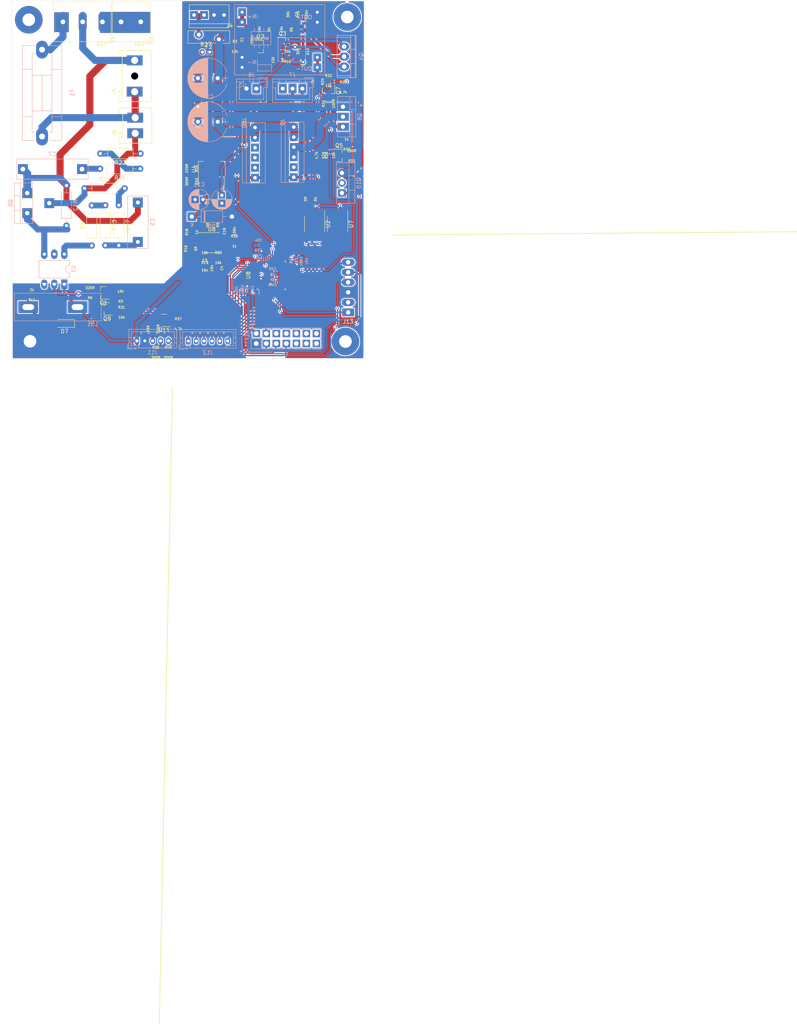
<source format=kicad_pcb>
(kicad_pcb (version 20211014) (generator pcbnew)
  (layers (0 "F.Cu" signal) (31 "B.Cu" signal) (34 "B.Paste" user) (35 "F.Paste" user) (36 "B.SilkS" user "B.Silkscreen") (37 "F.SilkS" user "F.Silkscreen") (38 "B.Mask" user) (39 "F.Mask" user) (44 "Edge.Cuts" user))
  (net 0 "")
  (net 1 "GND")
  (net 2 "Net-(C1-Pad1)")
  (net 3 "+24V")
  (net 4 "AC_230(N)")
  (net 5 "Net-(C5-Pad1)")
  (net 6 "Net-(C7-Pad1)")
  (net 7 "FAN_SUPPLY")
  (net 8 "+5V")
  (net 9 "+3V3")
  (net 10 "AC_230(L)")
  (net 11 "Net-(F2-Pad2)")
  (net 12 "SOLDER_ON_SW")
  (net 13 "HOTAIR_ON_SW")
  (net 14 "HOTAIR_FAN_DOWN_SW")
  (net 15 "HOTAIR_FAN_UP_SW")
  (net 16 "HOTAIR_UP_SW")
  (net 17 "HOTAIR_DOWN_SW")
  (net 18 "SOLDER_UP_SW")
  (net 19 "SOLDER_DOWN_SW")
  (net 20 "HOTAIR_REED_SW")
  (net 21 "Net-(J8-Pad1)")
  (net 22 "UART_DBG_TX")
  (net 23 "SWCLK")
  (net 24 "SWDIO")
  (net 25 "RST")
  (net 26 "Net-(Q1-Pad3)")
  (net 27 "Net-(Q1-Pad1)")
  (net 28 "Net-(Q6-Pad3)")
  (net 29 "Net-(Q7-Pad3)")
  (net 30 "Net-(Q7-Pad1)")
  (net 31 "Net-(Q8-Pad1)")
  (net 32 "Net-(Q9-Pad1)")
  (net 33 "HOTAIR_FAN_ADC")
  (net 34 "HOTAIR_HEATER_CTRL")
  (net 35 "Net-(R6-Pad2)")
  (net 36 "BUZZER")
  (net 37 "Net-(J1-Pad1)")
  (net 38 "Net-(R33-Pad1)")
  (net 39 "THERM_GND")
  (net 40 "HOTAIR_THERM")
  (net 41 "Net-(D7-Pad2)")
  (net 42 "Net-(D7-Pad1)")
  (net 43 "SOLDER_SELECT_SW")
  (net 44 "Net-(C3-Pad1)")
  (net 45 "IRON_T12_THERM")
  (net 46 "Net-(F1-Pad2)")
  (net 47 "MENU_DOWN_SW")
  (net 48 "SPI1_SCK")
  (net 49 "IRON_WEP_HEATER")
  (net 50 "IRON_WEP_THERM")
  (net 51 "Net-(Q2-Pad2)")
  (net 52 "Net-(Q3-Pad3)")
  (net 53 "Net-(Q3-Pad2)")
  (net 54 "Net-(Q5-Pad3)")
  (net 55 "Net-(Q5-Pad1)")
  (net 56 "Net-(Q10-Pad1)")
  (net 57 "Net-(R1-Pad2)")
  (net 58 "Net-(R13-Pad1)")
  (net 59 "Net-(R8-Pad1)")
  (net 60 "Net-(R17-Pad1)")
  (net 61 "MENU_OK_SW")
  (net 62 "Net-(R18-Pad1)")
  (net 63 "IRON_WEP_HEATER_CTRL")
  (net 64 "Net-(R23-Pad2)")
  (net 65 "IRON_T12_HEATER_CTRL")
  (net 66 "MENU_UP_SW")
  (net 67 "Net-(R36-Pad1)")
  (net 68 "SPI1_MISO")
  (net 69 "MAX31855_HOTAIR_CS")
  (net 70 "IRON_T12_HEATER")
  (net 71 "GND2")
  (net 72 "IRON_T12_MOTION_SW")
  (net 73 "Net-(J11-Pad3)")
  (net 74 "Net-(J11-Pad4)")
  (net 75 "LCD_RS")
  (net 76 "Net-(Q11-Pad1)")
  (net 77 "Net-(Q11-Pad3)")
  (net 78 "HOTAIR_FAN_PWM")
  (net 79 "HOTAIR_TEMP_ADC")
  (net 80 "IRON_T12_TEMP_ADC")
  (net 81 "LCD_BACKLIGHT_PWM")
  (net 84 "LCD_EN")
  (net 85 "LCD_D4")
  (net 86 "LCD_D5")
  (net 87 "LCD_D6")
  (net 88 "LCD_D7")
  (net 89 "MAX31855_IRON_CS")
  (net 90 "LCD_RW")
  (footprint "My-Footprints:Screw-Terminal-5.00mm-2pin" (layer "F.Cu") (at 52.1716 28.4734 180)
    (fp_text reference "J3")
    (fp_text value "EARTH_GND")
  )
  (footprint "My-Footprints:Conn-01x04-N25-W4P" (layer "F.Cu") (at 72.1614 24.9428 180)
    (fp_text reference "J4")
    (fp_text value "24V_IN (NS-25 r2,54)")
  )
  (footprint "Resistor_THT:R_Axial_DIN0204_L3.6mm_D1.6mm_P1.90mm_Vertical" (layer "F.Cu") (at 65.262 31.115)
    (fp_text reference "R27")
    (fp_text value "0R")
  )
  (footprint "Capacitors:0805" (layer "F.Cu") (at 44.831 97.028)
    (fp_text reference "R31")
    (fp_text value "10k")
  )
  (footprint "Capacitors:0805" (layer "F.Cu") (at 62.611 76.71816 90)
    (fp_text reference "R18")
    (fp_text value "1k")
  )
  (footprint "Capacitors:0805" (layer "F.Cu") (at 36.83 92.075 180)
    (fp_text reference "R6")
    (fp_text value "320R")
  )
  (footprint "Package_TO_SOT_SMD:SOT-23" (layer "F.Cu") (at 41.148 96.139 180)
    (fp_text reference "Q9")
    (fp_text value "BC817")
  )
  (footprint "My-Footprints:Conn-01x06" (layer "F.Cu") (at 102.235 97.028 180)
    (fp_text reference "J13")
    (fp_text value "ICP (goldpin r2,54)")
  )
  (footprint "Package_TO_SOT_SMD:SOT-23" (layer "F.Cu") (at 40.259 92.075 180)
    (fp_text reference "Q1")
    (fp_text value "BC817")
  )
  (footprint "Capacitors:0805" (layer "F.Cu") (at 44.577 92.964 180)
    (fp_text reference "R3")
    (fp_text value "10k")
  )
  (footprint "Connectors_Hirose:Hirose_DF63-2P-3.96DSA_02x3.96mm_Straight" (layer "F.Cu") (at 48.26 51.689 90)
    (fp_text reference "J8")
    (fp_text value "HOTAIR_HEATER (PWZ-02S r.3,96)")
  )
  (footprint "Connectors_Hirose:Hirose_DF63-3P-3.96DSA_03x3.96mm_Straight" (layer "F.Cu") (at 48.133 41.148 90)
    (fp_text reference "J5")
    (fp_text value "PSUPPLY (PWZ-02S r.3,96)")
  )
  (footprint "Capacitors:0805" (layer "F.Cu") (at 72.136 76.454 90)
    (fp_text reference "C16")
    (fp_text value "100n")
  )
  (footprint "Capacitors:0805" (layer "F.Cu") (at 97.282 38.354)
    (fp_text reference "R22")
    (fp_text value "10k")
  )
  (footprint "Package_TO_SOT_SMD:SOT-23" (layer "F.Cu") (at 97.282 40.894 -90)
    (fp_text reference "Q7")
    (fp_text value "BC817")
  )
  (footprint "Capacitors:0805" (layer "F.Cu") (at 97.282 44.196 90)
    (fp_text reference "R25")
    (fp_text value "100R")
  )
  (footprint "Capacitors:0805" (layer "F.Cu") (at 100.965 40.005)
    (fp_text reference "R20")
    (fp_text value "4,7k")
  )
  (footprint "Capacitors:0805" (layer "F.Cu") (at 94.488 38.608 -90)
    (fp_text reference "R24")
    (fp_text value "1k")
  )
  (footprint "Package_TO_SOT_SMD:SOT-223-3_TabPin2" (layer "F.Cu") (at 67.691 60.706 90)
    (fp_text reference "U4")
    (fp_text value "AP1117-ADJ")
  )
  (footprint "Capacitors:0805" (layer "F.Cu") (at 62.611 63.881 -90)
    (fp_text reference "R33")
    (fp_text value "360R")
  )
  (footprint "Capacitors:0805" (layer "F.Cu") (at 62.611 60.579 -90)
    (fp_text reference "R34")
    (fp_text value "220R")
  )
  (footprint "My-Footprints:Screw-Terminal-5.00mm-3pin" (layer "F.Cu") (at 42.4688 28.4734 180)
    (fp_text reference "J1")
    (fp_text value "230VAC_IN")
  )
  (footprint "Capacitors:0805" (layer "F.Cu") (at 67.945 74.93 -90)
    (fp_text reference "R9")
    (fp_text value "0R")
  )
  (footprint "Diodes_SMD:D_MiniMELF" (layer "F.Cu") (at 30.353 99.822 180)
    (fp_text reference "D7")
    (fp_text value "1N4148")
  )
  (footprint "Capacitors:0805" (layer "F.Cu") (at 22.098 92.583 180)
    (fp_text reference "R11")
    (fp_text value "2k")
  )
  (footprint "Capacitors:0805" (layer "F.Cu") (at 76.581 27.94 90)
    (fp_text reference "C1")
    (fp_text value "100n")
  )
  (footprint "Capacitors:0805" (layer "F.Cu") (at 90.424 21.59 90)
    (fp_text reference "C2")
    (fp_text value "100n")
  )
  (footprint "Capacitors:0805" (layer "F.Cu") (at 65.913 85.09)
    (fp_text reference "C3")
    (fp_text value "10n")
  )
  (footprint "Capacitors:0805" (layer "F.Cu") (at 68.961 85.852 -90)
    (fp_text reference "C4")
    (fp_text value "10n")
  )
  (footprint "Fuse:Fuse_Bourns_MF-RG500" (layer "F.Cu") (at 69.479 27.905 180)
    (fp_text reference "F2")
    (fp_text value "Polyfuse")
  )
  (footprint "Package_TO_SOT_SMD:SOT-23" (layer "F.Cu") (at 80.01 29.718)
    (fp_text reference "Q2")
    (fp_text value "BC807")
  )
  (footprint "Package_TO_SOT_SMD:SOT-23" (layer "F.Cu") (at 85.598 28.956)
    (fp_text reference "Q3")
    (fp_text value "BC817")
  )
  (footprint "Package_TO_SOT_SMD:SOT-23" (layer "F.Cu") (at 99.949 57.277)
    (fp_text reference "Q5")
    (fp_text value "BC817")
  )
  (footprint "Capacitors:0805" (layer "F.Cu") (at 92.71 68.326 -90)
    (fp_text reference "R1")
    (fp_text value "0R")
  )
  (footprint "Capacitors:0805" (layer "F.Cu") (at 73.533 29.718)
    (fp_text reference "R2")
    (fp_text value "10k")
  )
  (footprint "Capacitors:0805" (layer "F.Cu") (at 81.026 25.4 -90)
    (fp_text reference "R4")
    (fp_text value "10k")
  )
  (footprint "Capacitors:0805" (layer "F.Cu") (at 86.614 25.4 -90)
    (fp_text reference "R5")
    (fp_text value "10k")
  )
  (footprint "Capacitors:0805" (layer "F.Cu") (at 84.455 33.147 -90)
    (fp_text reference "R7")
    (fp_text value "10k")
  )
  (footprint "Capacitors:0805" (layer "F.Cu") (at 86.868 32.258 180)
    (fp_text reference "R10")
    (fp_text value "30k")
  )
  (footprint "Capacitors:0805" (layer "F.Cu") (at 90.805 30.988 -90)
    (fp_text reference "R14")
    (fp_text value "30k")
  )
  (footprint "Capacitors:0805" (layer "F.Cu") (at 88.265 21.59 -90)
    (fp_text reference "R15")
    (fp_text value "30k")
  )
  (footprint "Capacitors:0805" (layer "F.Cu") (at 62.357 80.899 90)
    (fp_text reference "R16")
    (fp_text value "0R")
  )
  (footprint "Resistors_ThroughHole:R_Axial_DIN0207_L6.3mm_D2.5mm_P10.16mm_Horizontal" (layer "F.Cu") (at 44.1198 69.9008 -90)
    (fp_text reference "R17")
    (fp_text value "200R")
  )
  (footprint "Capacitors:0805" (layer "F.Cu") (at 65.913 83.185 180)
    (fp_text reference "R19")
    (fp_text value "10k")
  )
  (footprint "Resistors_ThroughHole:R_Axial_DIN0207_L6.3mm_D2.5mm_P10.16mm_Horizontal" (layer "F.Cu") (at 35.433 65.6336)
    (fp_text reference "R21")
    (fp_text value "200R")
  )
  (footprint "Resistors_ThroughHole:R_Axial_DIN0207_L6.3mm_D2.5mm_P10.16mm_Horizontal" (layer "F.Cu") (at 49.6062 56.8198 180)
    (fp_text reference "R23")
    (fp_text value "50R")
  )
  (footprint "Resistors_ThroughHole:R_Axial_DIN0207_L6.3mm_D2.5mm_P10.16mm_Horizontal" (layer "F.Cu") (at 49.53 60.6552 180)
    (fp_text reference "R26")
    (fp_text value "50R")
  )
  (footprint "Capacitors:0805" (layer "F.Cu") (at 95.504 57.277 -90)
    (fp_text reference "R28")
    (fp_text value "4,7k")
  )
  (footprint "Capacitors:0805" (layer "F.Cu") (at 97.282 57.277 90)
    (fp_text reference "R29")
    (fp_text value "10k")
  )
  (footprint "Capacitors:0805" (layer "F.Cu") (at 101.854 54.483 180)
    (fp_text reference "R30")
    (fp_text value "1k")
  )
  (footprint "Capacitors:0805" (layer "F.Cu") (at 103.124 57.404 180)
    (fp_text reference "R32")
    (fp_text value "100R")
  )
  (footprint "Capacitors:0805" (layer "F.Cu") (at 69.342 83.185)
    (fp_text reference "R35")
    (fp_text value "10k")
  )
  (footprint "Capacitors:0805" (layer "F.Cu") (at 73.406 78.994)
    (fp_text reference "R36")
    (fp_text value "1k")
  )
  (footprint "Package_SO:SOIC-8_3.9x4.9mm_P1.27mm" (layer "F.Cu") (at 93.726 74.676 -90)
    (fp_text reference "U2")
    (fp_text value "MAX31855KASA")
  )
  (footprint "Package_SO:SOIC-8_3.9x4.9mm_P1.27mm" (layer "F.Cu") (at 99.568 74.676 -90)
    (fp_text reference "U7")
    (fp_text value "MAX31855KASA")
  )
  (footprint "Resistors_ThroughHole:R_Axial_DIN0207_L6.3mm_D2.5mm_P10.16mm_Horizontal" (layer "F.Cu") (at 40.6908 69.9008 -90)
    (fp_text reference "R13")
    (fp_text value "200R")
  )
  (footprint "Resistors_ThroughHole:R_Axial_DIN0207_L6.3mm_D2.5mm_P10.16mm_Horizontal" (layer "F.Cu") (at 37.2618 80.1116 90)
    (fp_text reference "R8")
    (fp_text value "200R")
  )
  (footprint "Package_SO:SO-8_3.9x4.9mm_P1.27mm" (layer "F.Cu") (at 67.691 79.375)
    (fp_text reference "U6")
    (fp_text value "LM358")
  )
  (footprint "Package_QFP:LQFP-48_7x7mm_P0.5mm" (layer "F.Cu") (at 82.804 87.63 90)
    (fp_text reference "U8")
    (fp_text value "STM32F103C6Tx")
  )
  (footprint "Capacitors:0805" (layer "F.Cu") (at 53.467 107.188)
    (fp_text reference "R38")
    (fp_text value "300R")
  )
  (footprint "Capacitors:0805" (layer "F.Cu") (at 52.832 101.219 90)
    (fp_text reference "R39")
    (fp_text value "300R")
  )
  (footprint "Capacitors:0805" (layer "F.Cu") (at 56.642 107.188)
    (fp_text reference "R40")
    (fp_text value "300R")
  )
  (footprint "Capacitors:0805" (layer "F.Cu") (at 59.182 99.949)
    (fp_text reference "R37")
    (fp_text value "4,7k")
  )
  (footprint "Package_TO_SOT_SMD:SOT-23" (layer "F.Cu") (at 55.626 99.06 180)
    (fp_text reference "Q11")
    (fp_text value "BC817")
  )
  (footprint "My-Footprints:MP1584_Mini_3A_Step_Down_Conv" (layer "B.Cu") (at 73.4568 36.9062)
    (fp_text reference "U3")
    (fp_text value "MP1584-Step-Down")
  )
  (footprint "Capacitors_THT:CP_Radial_D5.0mm_P2.00mm" (layer "B.Cu") (at 65.4505 68.453 180)
    (fp_text reference "C11")
    (fp_text value "100u/10V")
  )
  (footprint "Diode_THT:D_DO-41_SOD81_P10.16mm_Horizontal" (layer "B.Cu") (at 62.611 72.771)
    (fp_text reference "D5")
    (fp_text value "3v6")
  )
  (footprint "Capacitors_THT:CP_Radial_D5.0mm_P2.00mm" (layer "B.Cu") (at 70.231 67.3915 -90)
    (fp_text reference "C10")
    (fp_text value "47u/10V")
  )
  (footprint "Housings_DIP:DIP-6_W7.62mm_LongPads" (layer "B.Cu") (at 30.305 89.914 90)
    (fp_text reference "U1")
    (fp_text value "MOC3041M")
  )
  (footprint "Resistors_ThroughHole:R_Axial_DIN0207_L6.3mm_D2.5mm_P10.16mm_Horizontal" (layer "B.Cu") (at 30.861 75.057 90)
    (fp_text reference "R12")
    (fp_text value "390R")
  )
  (footprint "My-Footprints:TO-220-3_Vertical" (layer "B.Cu") (at 20.9042 66.8274 -90)
    (fp_text reference "Q6")
    (fp_text value "BT139-600")
  )
  (footprint "My-Footprints:Conn-01x06-N25-W6P" (layer "B.Cu") (at 85.156 48.833 -90)
    (fp_text reference "J9")
    (fp_text value "SOLD_IRON (r.2,54)")
  )
  (footprint "Package_TO_SOT_THT:TO-220-3_Vertical" (layer "B.Cu") (at 100.909 50.038 90)
    (fp_text reference "Q8")
    (fp_text value "FP3055LP")
  )
  (footprint "My-Footprints:Buzzer" (layer "B.Cu") (at 17.653 99.187)
    (fp_text reference "LS1")
    (fp_text value "BUZZER")
  )
  (footprint "Connectors_JST:JST_XH_B03B-XH-A_03x2.50mm_Straight" (layer "B.Cu") (at 90.638 40.369 180)
    (fp_text reference "J7")
    (fp_text value "HOTAIR_MEAS (JST r.2,5)")
  )
  (footprint "Capacitors_ThroughHole:CP_Radial_D10.0mm_P5.00mm" (layer "B.Cu") (at 69.175 37.719 180)
    (fp_text reference "C15")
    (fp_text value "330u/35V")
  )
  (footprint "Connectors_JST:JST_XH_B02B-XH-A_02x2.50mm_Straight" (layer "B.Cu") (at 78.974 40.369 180)
    (fp_text reference "J6")
    (fp_text value "HOTAIR_FAN (JST r,2,54)")
  )
  (footprint "My-Footprints:Conn-01x14" (layer "B.Cu") (at 77.1995 100.5175 -90)
    (fp_text reference "J2")
    (fp_text value "FRONT_PANEL (IDC r. 2,54)")
  )
  (footprint "Fuse_Holders_and_Fuses:Fuseholder5x20_horiz_SemiClosed_Casing10x25mm" (layer "B.Cu") (at 24.6634 52.5018 90)
    (fp_text reference "F1")
    (fp_text value "3,15A")
  )
  (footprint "Capacitors_THT:C_Rect_L18.0mm_W5.0mm_P15.00mm_FKS3_FKP3" (layer "B.Cu") (at 34.798 60.7568 180)
    (fp_text reference "C7")
    (fp_text value "10n/250V")
  )
  (footprint "Capacitor_THT:C_Rect_L13.0mm_W5.0mm_P10.00mm_FKS3_FKP3_MKS4" (layer "B.Cu") (at 48.9458 79.1972 90)
    (fp_text reference "C5")
    (fp_text value "22n/250V")
  )
  (footprint "Package_TO_SOT_THT:TO-220-3_Vertical" (layer "B.Cu") (at 100.655 66.802 90)
    (fp_text reference "Q10")
    (fp_text value "FP3055LP")
  )
  (footprint "My-Footprints:Conn_1x06" (layer "B.Cu") (at 75.427 48.96 -90)
    (fp_text reference "J10")
    (fp_text value "SOLD_IRON (r.2,54)")
  )
  (footprint "Capacitors_ThroughHole:CP_Radial_D10.0mm_P5.00mm" (layer "B.Cu") (at 69.175 48.768 180)
    (fp_text reference "C14")
    (fp_text value "330u/35V")
  )
  (footprint "Power_Integrations:TO-220" (layer "B.Cu") (at 101.219 32.258 90)
    (fp_text reference "Q4")
    (fp_text value "Q_PMOS_GDS")
  )
  (footprint "Capacitor_SMD:C_0603_1608Metric" (layer "B.Cu") (at 79.502 81.534)
    (fp_text reference "C9")
    (fp_text value "100n")
  )
  (footprint "Capacitors:0603" (layer "B.Cu") (at 75.184 91.186 90)
    (fp_text reference "C13")
    (fp_text value "10u")
  )
  (footprint "Capacitors:0603" (layer "B.Cu") (at 90.424 84.074 -90)
    (fp_text reference "C18")
    (fp_text value "10u")
  )
  (footprint "Capacitors:0603" (layer "B.Cu") (at 83.058 88.773 180)
    (fp_text reference "C8")
    (fp_text value "100n")
  )
  (footprint "Connector_JST:JST_PH_B6B-PH-K_1x06_P2.00mm_Vertical" (layer "B.Cu") (at 61.722 104.267)
    (fp_text reference "J12")
    (fp_text value "LCD_CON1 (JST r.2.0)")
  )
  (footprint "Capacitors:0603" (layer "B.Cu") (at 79.502 80.01)
    (fp_text reference "C19")
    (fp_text value "10u")
  )
  (footprint "Connector_JST:JST_PH_B5B-PH-K_1x05_P2.00mm_Vertical" (layer "B.Cu") (at 48.705 104.225)
    (fp_text reference "J11")
    (fp_text value "LCD_CON2 (JST r.2.0)")
  )
  (footprint "Capacitors:0603" (layer "B.Cu") (at 83.058 87.249 180)
    (fp_text reference "C20")
    (fp_text value "1u")
  )
  (footprint "Capacitors:0603" (layer "B.Cu") (at 76.708 91.186 90)
    (fp_text reference "C12")
    (fp_text value "100n")
  )
  (footprint "Capacitors:0603" (layer "B.Cu") (at 89.027 84.074 -90)
    (fp_text reference "C6")
    (fp_text value "100n")
  )
  (gr_rect (start 61.595 58.674) (end 73.152 52.832) (layer "F.Cu") (width 0.2) (fill solid))
  (gr_poly (pts (xy 52.105 26.214) (xy 39.405 26.214) (xy 39.405 21.014) (xy 52.105 21.014)) (layer "F.Cu") (width 0.1) (fill solid))
  (gr_rect (start 67.3735 52.832) (end 61.595 50.673) (layer "F.Cu") (width 0.2) (fill solid))
  (gr_poly (pts (xy 31.405 26.014) (xy 27.805 26.014) (xy 27.805 21.114) (xy 31.405 21.114)) (layer "F.Cu") (width 0.1) (fill solid))
  (gr_poly (pts (xy 52.105 26.214) (xy 39.405 26.214) (xy 39.405 21.014) (xy 52.105 21.014)) (layer "B.Cu") (width 0.1) (fill solid))
  (gr_poly (pts (xy 31.405 26.014) (xy 27.805 26.014) (xy 27.805 21.114) (xy 31.405 21.114)) (layer "B.Cu") (width 0.1) (fill solid))
  (gr_line (start 17.005 89.662) (end 47.244 89.662) (layer "F.SilkS") (width 0.12))
  (gr_line (start 47.244 89.662) (end 55.626 89.662) (layer "F.SilkS") (width 0.12))
  (gr_line (start 57.7088 116.1034) (end 54.3814 277.0632) (layer "F.SilkS") (width 0.21))
  (gr_line (start 113.6142 77.4192) (end 215.8746 76.6064) (layer "F.SilkS") (width 0.21))
  (gr_line (start 17.005 108.839) (end 17.005 89.662) (layer "Edge.Cuts") (width 0.05))
  (gr_line (start 106.299 108.839) (end 17.005 108.839) (layer "Edge.Cuts") (width 0.05))
  (gr_line (start 17.005 89.662) (end 17.005 17.964) (layer "Edge.Cuts") (width 0.05))
  (gr_line (start 17.005 17.964) (end 106.426 18.034) (layer "Edge.Cuts") (width 0.05))
  (gr_line (start 106.426 18.034) (end 106.299 108.839) (layer "Edge.Cuts") (width 0.05))
  (via (at 21.3092 22.9426) (size 7) (drill 3.2) (layers "F.Cu" "B.Cu") (net 0))
  (via (at 101.5492 104.394) (size 7) (drill 3.2) (layers "F.Cu" "B.Cu") (net 0))
  (via (at 102.0064 22.2504) (size 7) (drill 3.2) (layers "F.Cu" "B.Cu") (net 0))
  (segment (start 80.137 88.519) (end 79.998 88.38) (width 0.3) (layer "F.Cu") (net 1))
  (segment (start 80.137 89.535) (end 80.137 88.519) (width 0.3) (layer "F.Cu") (net 1))
  (segment (start 88.82336 85.38) (end 89.281 84.92236) (width 0.3) (layer "F.Cu") (net 1))
  (segment (start 78.6415 88.38) (end 79.49 88.38) (width 0.3) (layer "F.Cu") (net 1))
  (segment (start 83.554 91.7925) (end 83.554 90.412) (width 0.3) (layer "F.Cu") (net 1))
  (segment (start 80.554 81.811) (end 80.277 81.534) (width 0.3) (layer "F.Cu") (net 1))
  (segment (start 83.554 91.7925) (end 83.554 92.825) (width 0.3) (layer "F.Cu") (net 1))
  (segment (start 79.998 88.38) (end 78.6415 88.38) (width 0.3) (layer "F.Cu") (net 1))
  (segment (start 86.9665 85.38) (end 88.82336 85.38) (width 0.3) (layer "F.Cu") (net 1))
  (segment (start 78.6415 89.88) (end 79.792 89.88) (width 0.3) (layer "F.Cu") (net 1))
  (segment (start 80.554 83.4675) (end 80.554 81.811) (width 0.3) (layer "F.Cu") (net 1))
  (segment (start 78.6415 89.88) (end 77.16564 89.88) (width 0.3) (layer "F.Cu") (net 1))
  (segment (start 78.6415 88.38) (end 77.609 88.38) (width 0.3) (layer "F.Cu") (net 1))
  (segment (start 77.597 88.392) (end 77.609 88.38) (width 0.3) (layer "F.Cu") (net 1))
  (segment (start 77.16564 89.88) (end 76.708 90.33764) (width 0.3) (layer "F.Cu") (net 1))
  (segment (start 79.49 88.38) (end 79.502 88.392) (width 0.3) (layer "F.Cu") (net 1))
  (segment (start 82.931 89.789) (end 82.55 89.789) (width 0.3) (layer "F.Cu") (net 1))
  (segment (start 79.792 89.88) (end 80.137 89.535) (width 0.3) (layer "F.Cu") (net 1))
  (segment (start 83.554 90.412) (end 82.931 89.789) (width 0.3) (layer "F.Cu") (net 1))
  (via (at 21.6154 104.3432) (size 7) (drill 3.2) (layers "F.Cu" "B.Cu") (net 1))
  (via (at 80.137 88.519) (size 0.7) (drill 0.4) (layers "F.Cu" "B.Cu") (net 1))
  (via (at 76.708 90.33764) (size 0.7) (drill 0.4) (layers "F.Cu" "B.Cu") (net 1))
  (via (at 82.55 89.789) (size 0.7) (drill 0.4) (layers "F.Cu" "B.Cu") (net 1))
  (via (at 80.277 81.534) (size 0.7) (drill 0.4) (layers "F.Cu" "B.Cu") (net 1))
  (via (at 89.281 84.92236) (size 0.7) (drill 0.4) (layers "F.Cu" "B.Cu") (net 1))
  (segment (start 82.20964 89.44864) (end 82.20964 87.249) (width 0.6) (layer "B.Cu") (net 1))
  (segment (start 80.277 81.534) (end 80.277 80.08336) (width 0.3) (layer "B.Cu") (net 1))
  (segment (start 80.277 80.08336) (end 80.35036 80.01) (width 0.3) (layer "B.Cu") (net 1))
  (segment (start 75.184 90.33764) (end 76.708 90.33764) (width 0.3) (layer "B.Cu") (net 1))
  (segment (start 89.281 84.92236) (end 90.424 84.92236) (width 0.7) (layer "B.Cu") (net 1))
  (segment (start 82.55 89.789) (end 82.20964 89.44864) (width 0.6) (layer "B.Cu") (net 1))
  (segment (start 75.70216 29.718) (end 76.581 28.83916) (width 0.7) (layer "F.Cu") (net 2))
  (segment (start 74.43216 29.718) (end 75.70216 29.718) (width 0.7) (layer "F.Cu") (net 2))
  (segment (start 76.65216 28.768) (end 76.581 28.83916) (width 0.7) (layer "F.Cu") (net 2))
  (segment (start 79.01 28.768) (end 76.65216 28.768) (width 0.7) (layer "F.Cu") (net 2))
  (segment (start 97.917 32.258) (end 90.043 24.384) (width 0.7) (layer "F.Cu") (net 3))
  (segment (start 75.3618 23.5712) (end 75.3618 21.0312) (width 1) (layer "F.Cu") (net 3))
  (segment (start 76.29144 24.50084) (end 75.3618 23.5712) (width 0.7) (layer "F.Cu") (net 3))
  (segment (start 75.3618 23.5712) (end 73.8128 23.5712) (width 1.8) (layer "F.Cu") (net 3))
  (segment (start 81.026 24.50084) (end 76.29144 24.50084) (width 0.7) (layer "F.Cu") (net 3))
  (segment (start 86.73084 24.384) (end 86.614 24.50084) (width 0.7) (layer "F.Cu") (net 3))
  (segment (start 69.6976 28.3972) (end 69.469 28.1686) (width 1) (layer "F.Cu") (net 3))
  (segment (start 101.219 32.258) (end 97.917 32.258) (width 0.7) (layer "F.Cu") (net 3))
  (segment (start 90.043 24.384) (end 86.73084 24.384) (width 0.7) (layer "F.Cu") (net 3))
  (segment (start 88.456 50.103) (end 88.456 52.643) (width 2.2) (layer "F.Cu") (net 3))
  (segment (start 69.175 48.768) (end 69.175 37.719) (width 2.2) (layer "F.Cu") (net 3))
  (segment (start 73.8128 23.5712) (end 69.479 27.905) (width 1.8) (layer "F.Cu") (net 3))
  (segment (start 78.627 52.77) (end 78.627 50.23) (width 2.2) (layer "F.Cu") (net 3))
  (segment (start 81.026 24.50084) (end 86.614 24.50084) (width 0.7) (layer "F.Cu") (net 3))
  (segment (start 69.175 49.617) (end 70.866 51.308) (width 2.2) (layer "B.Cu") (net 3))
  (segment (start 69.479 27.905) (end 69.479 37.415) (width 2.2) (layer "B.Cu") (net 3))
  (segment (start 88.456 50.103) (end 78.754 50.103) (width 2.2) (layer "B.Cu") (net 3))
  (segment (start 78.754 50.103) (end 78.627 50.23) (width 2.2) (layer "B.Cu") (net 3))
  (segment (start 70.866 51.308) (end 77.549 51.308) (width 2.2) (layer "B.Cu") (net 3))
  (segment (start 77.549 51.308) (end 78.627 50.23) (width 2.2) (layer "B.Cu") (net 3))
  (segment (start 69.175 48.768) (end 69.175 49.617) (width 2.2) (layer "B.Cu") (net 3))
  (segment (start 69.479 37.415) (end 69.175 37.719) (width 2.2) (layer "B.Cu") (net 3))
  (segment (start 30.861 64.7446) (end 29.2354 63.119) (width 1.8) (layer "F.Cu") (net 4))
  (segment (start 36.7792 37.2618) (end 40.813 33.228) (width 1.8) (layer "F.Cu") (net 4))
  (segment (start 30.861 64.897) (end 30.861 64.7446) (width 1.5) (layer "F.Cu") (net 4))
  (segment (start 40.813 33.228) (end 48.133 33.228) (width 1.8) (layer "F.Cu") (net 4))
  (segment (start 35.8648 73.8632) (end 30.861 68.8594) (width 1.5) (layer "F.Cu") (net 4))
  (segment (start 48.9458 69.1972) (end 48.9458 71.9582) (width 1.5) (layer "F.Cu") (net 4))
  (segment (start 30.861 68.8594) (end 30.861 64.897) (width 1.5) (layer "F.Cu") (net 4))
  (segment (start 47.0408 73.8632) (end 35.8648 73.8632) (width 1.5) (layer "F.Cu") (net 4))
  (segment (start 48.9458 71.9582) (end 47.0408 73.8632) (width 1.5) (layer "F.Cu") (net 4))
  (segment (start 36.7792 49.5046) (end 36.7792 37.2618) (width 1.8) (layer "F.Cu") (net 4))
  (segment (start 29.2354 63.119) (end 29.2354 57.0484) (width 1.8) (layer "F.Cu") (net 4))
  (segment (start 29.2354 57.0484) (end 36.7792 49.5046) (width 1.8) (layer "F.Cu") (net 4))
  (segment (start 20.9296 62.9666) (end 20.9042 61.863) (width 2) (layer "B.Cu") (net 4))
  (segment (start 29.21 62.9666) (end 20.9296 62.9666) (width 1.5) (layer "B.Cu") (net 4))
  (segment (start 38.0794 33.228) (end 48.133 33.228) (width 1.8) (layer "B.Cu") (net 4))
  (segment (start 20.9042 66.8274) (end 20.9296 62.9666) (width 2) (layer "B.Cu") (net 4))
  (segment (start 34.9688 23.4734) (end 34.9688 30.1174) (width 1.8) (layer "B.Cu") (net 4))
  (segment (start 34.9688 30.1174) (end 38.0794 33.228) (width 1.8) (layer "B.Cu") (net 4))
  (segment (start 20.9042 61.863) (end 19.798 60.7568) (width 2) (layer "B.Cu") (net 4))
  (segment (start 31.105 64.8616) (end 29.21 62.9666) (width 1.5) (layer "B.Cu") (net 4))
  (segment (start 40.6908 80.0608) (end 48.0822 80.0608) (width 1.5) (layer "B.Cu") (net 5))
  (segment (start 48.0822 80.0608) (end 48.9458 79.1972) (width 1.5) (layer "B.Cu") (net 5))
  (segment (start 34.8996 60.6552) (end 34.798 60.7568) (width 1.5) (layer "B.Cu") (net 6))
  (segment (start 39.37 60.6552) (end 34.8996 60.6552) (width 1.5) (layer "B.Cu") (net 6))
  (segment (start 90.805 33.655) (end 90.805 31.88716) (width 0.7) (layer "F.Cu") (net 7))
  (segment (start 90.43416 32.258) (end 90.805 31.88716) (width 0.7) (layer "F.Cu") (net 7))
  (segment (start 87.76716 32.258) (end 90.43416 32.258) (width 0.7) (layer "F.Cu") (net 7))
  (via (at 90.805 33.655) (size 1.2) (drill 0.5) (layers "F.Cu" "B.Cu") (net 7))
  (segment (start 86.9315 32.3215) (end 88.392 33.782) (width 0.7) (layer "B.Cu") (net 7))
  (segment (start 78.974 40.279) (end 86.9315 32.3215) (width 0.7) (layer "B.Cu") (net 7))
  (segment (start 99.822 28.321) (end 87.376 28.321) (width 0.7) (layer "B.Cu") (net 7))
  (segment (start 90.678 33.782) (end 90.805 33.655) (width 0.7) (layer "B.Cu") (net 7))
  (segment (start 87.376 28.321) (end 86.106 29.591) (width 0.7) (layer "B.Cu") (net 7))
  (segment (start 86.106 31.496) (end 86.9315 32.3215) (width 0.7) (layer "B.Cu") (net 7))
  (segment (start 88.392 33.782) (end 90.678 33.782) (width 0.7) (layer "B.Cu") (net 7))
  (segment (start 78.974 40.369) (end 78.974 40.279) (width 0.7) (layer "B.Cu") (net 7))
  (segment (start 86.106 29.591) (end 86.106 31.496) (width 0.7) (layer "B.Cu") (net 7))
  (segment (start 101.219 29.718) (end 99.822 28.321) (width 0.7) (layer "B.Cu") (net 7))
  (segment (start 84.836 36.576) (end 94.488 36.576) (width 0.8) (layer "F.Cu") (net 8))
  (segment (start 94.488 37.70884) (end 94.488 36.576) (width 0.7) (layer "F.Cu") (net 8))
  (segment (start 75.946 54.61) (end 75.946 48.514) (width 0.8) (layer "F.Cu") (net 8))
  (segment (start 70.266 77.47) (end 72.01916 77.47) (width 0.6) (layer "F.Cu") (net 8))
  (segment (start 103.632 54.229) (end 103.632 36.957) (width 0.7) (layer "F.Cu") (net 8))
  (segment (start 52.56784 107.188) (end 50.038 107.188) (width 0.6) (layer "F.Cu") (net 8))
  (segment (start 69.991 63.856) (end 69.991 67.1515) (width 1.2) (layer "F.Cu") (net 8))
  (segment (start 75.946 48.514) (end 83.058 41.402) (width 0.8) (layer "F.Cu") (net 8))
  (segment (start 103.378 54.483) (end 103.632 54.229) (width 0.7) (layer "F.Cu") (net 8))
  (segment (start 102.75316 54.483) (end 103.378 54.483) (width 0.7) (layer "F.Cu") (net 8))
  (segment (start 103.251 36.576) (end 94.488 36.576) (width 0.7) (layer "F.Cu") (net 8))
  (segment (start 30.305 92.339) (end 33.653 95.687) (width 0.6) (layer "F.Cu") (net 8))
  (segment (start 48.705 105.855) (end 48.705 104.225) (width 0.6) (layer "F.Cu") (net 8))
  (segment (start 30.305 89.914) (end 30.305 92.339) (width 0.6) (layer "F.Cu") (net 8))
  (segment (start 94.488 36.576) (end 94.488 32.5374) (width 0.7) (layer "F.Cu") (net 8))
  (segment (start 50.038 107.188) (end 48.705 105.855) (width 0.6) (layer "F.Cu") (net 8))
  (segment (start 72.01916 77.47) (end 72.136 77.35316) (width 0.6) (layer "F.Cu") (net 8))
  (segment (start 69.991 67.1515) (end 70.231 67.3915) (width 1.2) (layer "F.Cu") (net 8))
  (segment (start 22.99716 92.583) (end 30.061 92.583) (width 0.6) (layer "F.Cu") (net 8))
  (segment (start 103.632 36.957) (end 103.251 36.576) (width 0.7) (layer "F.Cu") (net 8))
  (segment (start 83.058 38.354) (end 84.836 36.576) (width 0.8) (layer "F.Cu") (net 8))
  (segment (start 94.488 32.5374) (end 94.4118 32.4612) (width 0.7) (layer "F.Cu") (net 8))
  (segment (start 83.058 41.402) (end 83.058 38.354) (width 0.8) (layer "F.Cu") (net 8))
  (segment (start 30.061 92.583) (end 30.305 92.339) (width 0.6) (layer "F.Cu") (net 8))
  (via (at 75.946 54.61) (size 1.2) (drill 0.5) (layers "F.Cu" "B.Cu") (net 8))
  (segment (start 48.705 99.885) (end 59.055 89.535) (width 1) (layer "B.Cu") (net 8))
  (segment (start 42.191 104.225) (end 33.653 95.687) (width 0.6) (layer "B.Cu") (net 8))
  (segment (start 70.231 67.3915) (end 70.231 60.579) (width 0.8) (layer "B.Cu") (net 8))
  (segment (start 48.705 104.225) (end 42.191 104.225) (width 0.6) (layer "B.Cu") (net 8))
  (segment (start 70.231 60.325) (end 75.946 54.61) (width 0.8) (layer "B.Cu") (net 8))
  (segment (start 48.705 104.225) (end 48.705 99.885) (width 1) (layer "B.Cu") (net 8))
  (segment (start 70.231 60.579) (end 70.231 60.325) (width 0.8) (layer "B.Cu") (net 8))
  (segment (start 81.026 85.979) (end 83.185 85.979) (width 0.3) (layer "F.Cu") (net 9))
  (segment (start 84.054 88.92064) (end 84.054 91.7925) (width 0.3) (layer "F.Cu") (net 9))
  (segment (start 97.282 74.041) (end 91.821 74.041) (width 0.6) (layer "F.Cu") (net 9))
  (segment (start 78.2605 91.7925) (end 77.978 92.075) (width 0.3) (layer "F.Cu") (net 9))
  (segment (start 85.046 84.88) (end 83.566 86.36) (width 0.3) (layer "F.Cu") (net 9))
  (segment (start 67.691 63.856) (end 67.691 66.2125) (width 1.2) (layer "F.Cu") (net 9))
  (segment (start 65.4505 70.8205) (end 65.4505 68.453) (width 1.2) (layer "F.Cu") (net 9))
  (segment (start 80.054 83.4675) (end 79.4035 83.4675) (width 0.3) (layer "F.Cu") (net 9))
  (segment (start 89.408 75.184) (end 89.408 82.296) (width 0.6) (layer "F.Cu") (net 9))
  (segment (start 83.185 85.979) (end 83.566 86.36) (width 0.3) (layer "F.Cu") (net 9))
  (segment (start 88.011 83.22564) (end 87.84336 83.22564) (width 0.3) (layer "F.Cu") (net 9))
  (segment (start 97.663 72.201) (end 97.663 73.66) (width 0.6) (layer "F.Cu") (net 9))
  (segment (start 88.47836 83.22564) (end 88.011 83.22564) (width 0.6) (layer "F.Cu") (net 9))
  (segment (start 86.9665 84.88) (end 85.046 84.88) (width 0.3) (layer "F.Cu") (net 9))
  (segment (start 86.9665 84.1025) (end 86.9665 84.88) (width 0.3) (layer "F.Cu") (net 9))
  (segment (start 78.6415 90.38) (end 78.6415 91.7925) (width 0.3) (layer "F.Cu") (net 9))
  (segment (start 80.054 85.007) (end 81.026 85.979) (width 0.3) (layer "F.Cu") (net 9))
  (segment (start 67.691 66.2125) (end 65.4505 68.453) (width 1.2) (layer "F.Cu") (net 9))
  (segment (start 62.611 72.771) (end 63.5 72.771) (width 1.2) (layer "F.Cu") (net 9))
  (segment (start 91.821 74.041) (end 90.551 74.041) (width 0.6) (layer "F.Cu") (net 9))
  (segment (start 83.947 88.73236) (end 83.90636 88.773) (width 0.3) (layer "F.Cu") (net 9))
  (segment (start 80.054 91.7925) (end 80.054 90.38) (width 0.3) (layer "F.Cu") (net 9))
  (segment (start 80.054 91.7925) (end 78.6415 91.7925) (width 0.3) (layer "F.Cu") (net 9))
  (segment (start 67.691 63.856) (end 67.691 57.556) (width 1.2) (layer "F.Cu") (net 9))
  (segment (start 83.90636 88.773) (end 81.661 88.773) (width 0.3) (layer "F.Cu") (net 9))
  (segment (start 79.4035 83.4675) (end 78.74 82.804) (width 0.3) (layer "F.Cu") (net 9))
  (segment (start 63.856 57.556) (end 62.611 58.801) (width 0.7) (layer "F.Cu") (net 9))
  (segment (start 91.821 74.041) (end 91.821 72.201) (width 0.6) (layer "F.Cu") (net 9))
  (segment (start 83.90636 88.773) (end 84.054 88.92064) (width 0.3) (layer "F.Cu") (net 9))
  (segment (start 83.566 86.36) (end 83.947 86.741) (width 0.3) (layer "F.Cu") (net 9))
  (segment (start 87.84336 83.22564) (end 86.9665 84.1025) (width 0.3) (layer "F.Cu") (net 9))
  (segment (start 67.691 57.556) (end 63.856 57.556) (width 0.7) (layer "F.Cu") (net 9))
  (segment (start 97.663 73.66) (end 97.282 74.041) (width 0.6) (layer "F.Cu") (net 9))
  (segment (start 83.947 86.741) (end 83.947 88.73236) (width 0.3) (layer "F.Cu") (net 9))
  (segment (start 63.5 72.771) (end 65.4505 70.8205) (width 1.2) (layer "F.Cu") (net 9))
  (segment (start 89.408 82.296) (end 88.47836 83.22564) (width 0.6) (layer "F.Cu") (net 9))
  (segment (start 80.054 90.38) (end 78.6415 90.38) (width 0.3) (layer "F.Cu") (net 9))
  (segment (start 80.054 83.4675) (end 80.054 85.007) (width 0.3) (layer "F.Cu") (net 9))
  (segment (start 78.6415 91.7925) (end 78.2605 91.7925) (width 0.3) (layer "F.Cu") (net 9))
  (segment (start 62.611 58.801) (end 62.611 59.67984) (width 0.7) (layer "F.Cu") (net 9))
  (segment (start 90.551 74.041) (end 89.408 75.184) (width 0.6) (layer "F.Cu") (net 9))
  (segment (start 81.661 88.773) (end 80.054 90.38) (width 0.3) (layer "F.Cu") (net 9))
  (via (at 78.74 82.804) (size 0.7) (drill 0.4) (layers "F.Cu" "B.Cu") (net 9))
  (via (at 83.90636 88.773) (size 0.7) (drill 0.4) (layers "F.Cu" "B.Cu") (net 9))
  (via (at 77.978 92.075) (size 0.7) (drill 0.4) (layers "F.Cu" "B.Cu") (net 9))
  (via (at 88.011 83.22564) (size 0.7) (drill 0.4) (layers "F.Cu" "B.Cu") (net 9))
  (segment (start 75.184 92.03436) (end 76.708 92.03436) (width 0.3) (layer "B.Cu") (net 9))
  (segment (start 75.22464 92.075) (end 75.184 92.03436) (width 0.6) (layer "B.Cu") (net 9))
  (segment (start 90.424 83.22564) (end 88.011 83.22564) (width 0.6) (layer "B.Cu") (net 9))
  (segment (start 83.90636 88.773) (end 83.90636 87.249) (width 0.3) (layer "B.Cu") (net 9))
  (segment (start 77.978 92.075) (end 76.74864 92.075) (width 0.3) (layer "B.Cu") (net 9))
  (segment (start 78.74 81.547) (end 78.727 81.534) (width 0.3) (layer "B.Cu") (net 9))
  (segment (start 78.727 81.534) (end 78.65364 81.46064) (width 0.3) (layer "B.Cu") (net 9))
  (segment (start 77.978 101.523) (end 78.8225 102.3675) (width 0.6) (layer "B.Cu") (net 9))
  (segment (start 77.978 92.075) (end 75.22464 92.075) (width 0.6) (layer "B.Cu") (net 9))
  (segment (start 78.65364 81.46064) (end 78.65364 80.01) (width 0.3) (layer "B.Cu") (net 9))
  (segment (start 77.978 92.075) (end 77.978 101.523) (width 0.6) (layer "B.Cu") (net 9))
  (segment (start 78.74 82.804) (end 78.74 81.547) (width 0.3) (layer "B.Cu") (net 9))
  (segment (start 76.74864 92.075) (end 76.708 92.03436) (width 0.3) (layer "B.Cu") (net 9))
  (segment (start 48.26 41.275) (end 48.133 41.148) (width 1.8) (layer "F.Cu") (net 10))
  (segment (start 48.26 47.729) (end 48.26 41.275) (width 1.8) (layer "F.Cu") (net 10))
  (segment (start 24.6634 50.1396) (end 24.6634 52.5018) (width 1.8) (layer "B.Cu") (net 10))
  (segment (start 48.26 47.729) (end 27.074 47.729) (width 1.8) (layer "B.Cu") (net 10))
  (segment (start 27.074 47.729) (end 24.6634 50.1396) (width 1.8) (layer "B.Cu") (net 10))
  (segment (start 65.7114 21.7428) (end 64.1092 21.7428) (width 1) (layer "F.Cu") (net 11))
  (segment (start 64.369 26.9686) (end 64.369 22.0026) (width 1) (layer "F.Cu") (net 11))
  (segment (start 64.369 22.0026) (end 64.1092 21.7428) (width 1) (layer "F.Cu") (net 11))
  (segment (start 64.1092 21.7428) (end 63.1714 21.7428) (width 1) (layer "F.Cu") (net 11))
  (segment (start 82.054 95.238) (end 74.295 102.997) (width 0.3) (layer "F.Cu") (net 13))
  (segment (start 75.184 107.315) (end 74.168 106.299) (width 0.3) (layer "F.Cu") (net 13))
  (segment (start 83.058 107.315) (end 75.184 107.315) (width 0.3) (layer "F.Cu") (net 13))
  (segment (start 74.168 103.124) (end 74.295 102.997) (width 0.3) (layer "F.Cu") (net 13))
  (segment (start 74.168 106.299) (end 74.168 103.124) (width 0.3) (layer "F.Cu") (net 13))
  (segment (start 83.9025 106.4705) (end 83.058 107.315) (width 0.3) (layer "F.Cu") (net 13))
  (segment (start 83.9025 104.9075) (end 83.9025 106.4705) (width 0.3) (layer "F.Cu") (net 13))
  (segment (start 82.054 91.7925) (end 82.054 95.238) (width 0.3) (layer "F.Cu") (net 13))
  (segment (start 74.93 107.95) (end 73.533 106.553) (width 0.3) (layer "F.Cu") (net 14))
  (segment (start 86.4425 107.7405) (end 86.233 107.95) (width 0.3) (layer "F.Cu") (net 14))
  (segment (start 81.554 94.849) (end 81.554 91.7925) (width 0.3) (layer "F.Cu") (net 14))
  (segment (start 86.4425 104.9075) (end 86.4425 107.7405) (width 0.3) (layer "F.Cu") (net 14))
  (segment (start 86.233 107.95) (end 74.93 107.95) (width 0.3) (layer "F.Cu") (net 14))
  (segment (start 73.533 102.87) (end 81.554 94.849) (width 0.3) (layer "F.Cu") (net 14))
  (segment (start 73.533 106.553) (end 73.533 102.87) (width 0.3) (layer "F.Cu") (net 14))
  (segment (start 75.057 102.997) (end 75.057 106.299) (width 0.3) (layer "F.Cu") (net 15))
  (segment (start 75.057 106.299) (end 75.565 106.807) (width 0.3) (layer "F.Cu") (net 15))
  (segment (start 82.554 95.5) (end 75.057 102.997) (width 0.3) (layer "F.Cu") (net 15))
  (segment (start 75.565 106.807) (end 81.153 106.807) (width 0.3) (layer "F.Cu") (net 15))
  (segment (start 81.153 106.807) (end 81.4895 106.4705) (width 0.3) (layer "F.Cu") (net 15))
  (segment (start 81.4895 106.4705) (end 81.4895 104.9075) (width 0.3) (layer "F.Cu") (net 15))
  (segment (start 82.554 91.7925) (end 82.554 95.5) (width 0.3) (layer "F.Cu") (net 15))
  (segment (start 84.554 91.7925) (end 84.554 94.516) (width 0.3) (layer "F.Cu") (net 17))
  (segment (start 81.407 97.663) (end 81.407 102.285) (width 0.3) (layer "F.Cu") (net 17))
  (segment (start 81.407 102.285) (end 81.4895 102.3675) (width 0.3) (layer "F.Cu") (net 17))
  (segment (start 84.554 94.516) (end 81.407 97.663) (width 0.3) (layer "F.Cu") (net 17))
  (segment (start 46.4312 56.8198) (end 43.7388 59.5122) (width 1.5) (layer "F.Cu") (net 21))
  (segment (start 35.433 65.6336) (end 40.5384 65.6336) (width 1.5) (layer "F.Cu") (net 21))
  (segment (start 48.26 56.8198) (end 48.2854 56.8452) (width 1.5) (layer "F.Cu") (net 21))
  (segment (start 43.7388 59.5122) (end 43.7388 62.4332) (width 1.5) (layer "F.Cu") (net 21))
  (segment (start 48.26 51.689) (end 48.26 56.8198) (width 1.5) (layer "F.Cu") (net 21))
  (segment (start 48.2854 56.8452) (end 46.4312 56.8198) (width 1.5) (layer "F.Cu") (net 21))
  (segment (start 49.6062 56.8198) (end 48.2854 56.8452) (width 1.5) (layer "F.Cu") (net 21))
  (segment (start 43.7388 62.4332) (end 40.5384 65.6336) (width 1.5) (layer "F.Cu") (net 21))
  (segment (start 35.433 67.2338) (end 35.433 65.6336) (width 1.5) (layer "B.Cu") (net 21))
  (segment (start 26.4922 69.3674) (end 33.2994 69.3674) (width 1.5) (layer "B.Cu") (net 21))
  (segment (start 33.2994 69.3674) (end 35.433 67.2338) (width 1.5) (layer "B.Cu") (net 21))
  (segment (start 103.5304 84.328) (end 100.838 84.328) (width 0.4) (layer "F.Cu") (net 22))
  (segment (start 93.345 91.821) (end 87.757 91.821) (width 0.4) (layer "F.Cu") (net 22))
  (segment (start 87.757 91.821) (end 85.5825 91.821) (width 0.3) (layer "F.Cu") (net 22))
  (segment (start 100.838 84.328) (end 93.345 91.821) (width 0.4) (layer "F.Cu") (net 22))
  (segment (start 85.5825 91.821) (end 85.554 91.7925) (width 0.3) (layer "F.Cu") (net 22))
  (segment (start 105.156 99.06) (end 105.156 87.63) (width 0.3) (layer "F.Cu") (net 23))
  (segment (start 77.006 84.88) (end 76.708 84.582) (width 0.3) (layer "F.Cu") (net 23))
  (segment (start 104.394 99.822) (end 105.156 99.06) (width 0.3) (layer "F.Cu") (net 23))
  (segment (start 105.156 87.63) (end 104.394 86.868) (width 0.3) (layer "F.Cu") (net 23))
  (segment (start 104.394 86.868) (end 102.235 86.868) (width 0.3) (layer "F.Cu") (net 23))
  (segment (start 78.6415 84.88) (end 77.006 84.88) (width 0.3) (layer "F.Cu") (net 23))
  (via (at 76.708 84.582) (size 0.7) (drill 0.4) (layers "F.Cu" "B.Cu") (net 23))
  (via (at 104.394 99.822) (size 0.7) (drill 0.4) (layers "F.Cu" "B.Cu") (net 23))
  (segment (start 96.774 106.172) (end 95.504 107.442) (width 0.3) (layer "B.Cu") (net 23))
  (segment (start 72.644 88.646) (end 76.708 84.582) (width 0.3) (layer "B.Cu") (net 23))
  (segment (start 76.2 94.996) (end 72.644 91.44) (width 0.3) (layer "B.Cu") (net 23))
  (segment (start 76.2 106.426) (end 76.2 94.996) (width 0.3) (layer "B.Cu") (net 23))
  (segment (start 95.504 107.442) (end 77.216 107.442) (width 0.3) (layer "B.Cu") (net 23))
  (segment (start 72.644 91.44) (end 72.644 88.646) (width 0.3) (layer "B.Cu") (net 23))
  (segment (start 104.394 99.822) (end 98.298 99.822) (width 0.3) (layer "B.Cu") (net 23))
  (segment (start 98.298 99.822) (end 96.774 101.346) (width 0.3) (layer "B.Cu") (net 23))
  (segment (start 96.774 101.346) (end 96.774 106.172) (width 0.3) (layer "B.Cu") (net 23))
  (segment (start 77.216 107.442) (end 76.2 106.426) (width 0.3) (layer "B.Cu") (net 23))
  (segment (start 99.568 96.012) (end 99.568 100.33) (width 0.3) (layer "F.Cu") (net 24))
  (segment (start 99.568 100.33) (end 99.06 100.838) (width 0.3) (layer "F.Cu") (net 24))
  (segment (start 81.054 84.864) (end 81.28 85.09) (width 0.3) (layer "F.Cu") (net 24))
  (segment (start 81.054 83.4675) (end 81.054 84.864) (width 0.3) (layer "F.Cu") (net 24))
  (via (at 99.568 96.012) (size 0.7) (drill 0.4) (layers "F.Cu" "B.Cu") (net 24))
  (via (at 99.06 100.838) (size 0.7) (drill 0.4) (layers "F.Cu" "B.Cu") (net 24))
  (via (at 81.28 85.09) (size 0.7) (drill 0.4) (layers "F.Cu" "B.Cu") (net 24))
  (segment (start 100.076 89.408) (end 99.568 89.916) (width 0.3) (layer "B.Cu") (net 24))
  (segment (start 99.06 100.838) (end 97.79 101.854) (width 0.3) (layer "B.Cu") (net 24))
  (segment (start 75.438 106.934) (end 75.438 95.504) (width 0.3) (layer "B.Cu") (net 24))
  (segment (start 96.52 107.95) (end 76.454 107.95) (width 0.3) (layer "B.Cu") (net 24))
  (segment (start 76.454 107.95) (end 75.438 106.934) (width 0.3) (layer "B.Cu") (net 24))
  (segment (start 75.438 95.504) (end 71.882 91.948) (width 0.3) (layer "B.Cu") (net 24))
  (segment (start 71.882 87.884) (end 75.438 84.328) (width 0.3) (layer "B.Cu") (net 24))
  (segment (start 71.882 91.948) (end 71.882 87.884) (width 0.3) (layer "B.Cu") (net 24))
  (segment (start 102.235 89.408) (end 100.076 89.408) (width 0.3) (layer "B.Cu") (net 24))
  (segment (start 97.79 101.854) (end 97.79 106.68) (width 0.3) (layer "B.Cu") (net 24))
  (segment (start 99.568 89.916) (end 99.568 96.012) (width 0.3) (layer "B.Cu") (net 24))
  (segment (start 97.79 106.68) (end 96.52 107.95) (width 0.3) (layer "B.Cu") (net 24))
  (segment (start 83.054 93.341) (end 83.054 91.7925) (width 0.3) (layer "F.Cu") (net 25))
  (segment (start 83.566 93.853) (end 83.054 93.341) (width 0.3) (layer "F.Cu") (net 25))
  (via (at 83.566 93.853) (size 0.7) (drill 0.4) (layers "F.Cu" "B.Cu") (net 25))
  (segment (start 83.566 93.853) (end 86.741 97.028) (width 0.4) (layer "B.Cu") (net 25))
  (segment (start 86.741 97.028) (end 103.5304 97.028) (width 0.4) (layer "B.Cu") (net 25))
  (segment (start 39.259 92.075) (end 37.72916 92.075) (width 0.6) (layer "F.Cu") (net 26))
  (segment (start 41.259 93.025) (end 43.61684 93.025) (width 0.6) (layer "F.Cu") (net 27))
  (segment (start 43.61684 93.025) (end 43.67784 92.964) (width 0.6) (layer "F.Cu") (net 27))
  (segment (start 23.605 76.014) (end 20.905 73.314) (width 1.5) (layer "F.Cu") (net 28))
  (segment (start 25.225 76.034) (end 25.205 76.014) (width 1.5) (layer "F.Cu") (net 28))
  (segment (start 25.225 82.294) (end 25.225 76.034) (width 1.5) (layer "F.Cu") (net 28))
  (segment (start 31.105 76.014) (end 25.205 76.014) (width 1.5) (layer "F.Cu") (net 28))
  (segment (start 25.205 76.014) (end 23.605 76.014) (width 1.5) (layer "F.Cu") (net 28))
  (segment (start 25.225 76.034) (end 25.245 76.014) (width 1.5) (layer "B.Cu") (net 28))
  (segment (start 20.905 73.414) (end 20.905 71.9082) (width 1.8) (layer "B.Cu") (net 28))
  (segment (start 20.905 71.9082) (end 20.9042 71.9074) (width 1.8) (layer "B.Cu") (net 28))
  (segment (start 23.525 76.034) (end 20.905 73.414) (width 1.5) (layer "B.Cu") (net 28))
  (segment (start 25.245 76.014) (end 31.105 76.014) (width 1.5) (layer "B.Cu") (net 28))
  (segment (start 25.225 76.034) (end 23.525 76.034) (width 1.5) (layer "B.Cu") (net 28))
  (segment (start 25.225 82.294) (end 25.225 76.034) (width 1.5) (layer "B.Cu") (net 28))
  (segment (start 94.488 40.513) (end 94.488 39.50716) (width 0.7) (layer "F.Cu") (net 29))
  (segment (start 97.282 43.29684) (end 97.282 41.894) (width 0.7) (layer "F.Cu") (net 29))
  (segment (start 95.869 41.894) (end 94.488 40.513) (width 0.7) (layer "F.Cu") (net 29))
  (segment (start 97.282 41.894) (end 95.869 41.894) (width 0.7) (layer "F.Cu") (net 29))
  (segment (start 99.95484 39.894) (end 100.06584 40.005) (width 0.7) (layer "F.Cu") (net 30))
  (segment (start 98.232 39.894) (end 99.95484 39.894) (width 0.7) (layer "F.Cu") (net 30))
  (segment (start 98.232 39.894) (end 98.232 38.40484) (width 0.7) (layer "F.Cu") (net 30))
  (segment (start 98.232 38.40484) (end 98.18116 38.354) (width 0.7) (layer "F.Cu") (net 30))
  (segment (start 100.909 50.038) (end 99.314 50.038) (width 0.7) (layer "F.Cu") (net 31))
  (segment (start 97.282 48.006) (end 97.282 45.09516) (width 0.7) (layer "F.Cu") (net 31))
  (segment (start 99.314 50.038) (end 97.282 48.006) (width 0.7) (layer "F.Cu") (net 31))
  (segment (start 42.209 97.028) (end 42.148 97.089) (width 0.6) (layer "F.Cu") (net 32))
  (segment (start 43.93184 97.028) (end 42.209 97.028) (width 0.6) (layer "F.Cu") (net 32))
  (segment (start 90.424 22.48916) (end 88.265 22.48916) (width 0.7) (layer "F.Cu") (net 33))
  (segment (start 90.805 30.08884) (end 90.805 26.67) (width 0.7) (layer "F.Cu") (net 33))
  (segment (start 95.631 26.289) (end 93.726 26.289) (width 0.4) (layer "F.Cu") (net 33))
  (segment (start 93.726 26.289) (end 90.805 23.368) (width 0.4) (layer "F.Cu") (net 33))
  (segment (start 85.054 91.7925) (end 85.054 94.071) (width 0.3) (layer "F.Cu") (net 33))
  (segment (start 105.156 67.691) (end 105.156 28.956) (width 0.4) (layer "F.Cu") (net 33))
  (segment (start 85.054 94.071) (end 85.054 96.683) (width 0.3) (layer "F.Cu") (net 33))
  (segment (start 85.054 96.683) (end 85.09 96.774) (width 0.35) (layer "F.Cu") (net 33))
  (segment (start 105.156 28.956) (end 102.489 26.289) (width 0.4) (layer "F.Cu") (net 33))
  (segment (start 102.489 26.289) (end 95.631 26.289) (width 0.4) (layer "F.Cu") (net 33))
  (segment (start 90.805 23.368) (end 90.805 22.87016) (width 0.7) (layer "F.Cu") (net 33))
  (segment (start 90.805 22.87016) (end 90.424 22.48916) (width 0.7) (layer "F.Cu") (net 33))
  (via (at 85.09 96.774) (size 0.7) (drill 0.4) (layers "F.Cu" "B.Cu") (net 33))
  (via (at 90.805 23.368) (size 0.8) (drill 0.4) (layers "F.Cu" "B.Cu") (net 33))
  (via (at 105.156 67.691) (size 0.8) (drill 0.4) (layers "F.Cu" "B.Cu") (net 33))
  (via (at 90.805 26.67) (size 0.8) (drill 0.4) (layers "F.Cu" "B.Cu") (net 33))
  (segment (start 105.156 97.917) (end 105.156 67.818) (width 0.4) (layer "B.Cu") (net 33))
  (segment (start 90.805 26.67) (end 90.805 23.368) (width 0.7) (layer "B.Cu") (net 33))
  (segment (start 99.314 97.917) (end 100.33 98.933) (width 0.4) (layer "B.Cu") (net 33))
  (segment (start 104.14 98.933) (end 105.156 97.917) (width 0.4) (layer "B.Cu") (net 33))
  (segment (start 85.09 96.774) (end 86.106 97.917) (width 0.4) (layer "B.Cu") (net 33))
  (segment (start 100.33 98.933) (end 104.14 98.933) (width 0.4) (layer "B.Cu") (net 33))
  (segment (start 105.156 67.818) (end 105.156 67.691) (width 0.35) (layer "B.Cu") (net 33))
  (segment (start 86.106 97.917) (end 99.314 97.917) (width 0.4) (layer "B.Cu") (net 33))
  (segment (start 50.165 96.393) (end 68.961 96.393) (width 0.3) (layer "F.Cu") (net 34))
  (segment (start 45.47616 92.964) (end 46.736 92.964) (width 0.3) (layer "F.Cu") (net 34))
  (segment (start 83.054 83.4675) (end 83.054 81.03) (width 0.3) (layer "F.Cu") (net 34))
  (segment (start 83.054 81.03) (end 83.058 81.026) (width 0.3) (layer "F.Cu") (net 34))
  (segment (start 68.961 96.393) (end 70.993 94.361) (width 0.3) (layer "F.Cu") (net 34))
  (segment (start 70.993 94.361) (end 70.993 86.36) (width 0.3) (layer "F.Cu") (net 34))
  (segment (start 73.787 83.566) (end 74.295 83.566) (width 0.3) (layer "F.Cu") (net 34))
  (segment (start 70.993 86.36) (end 73.787 83.566) (width 0.3) (layer "F.Cu") (net 34))
  (segment (start 46.736 92.964) (end 50.165 96.393) (width 0.3) (layer "F.Cu") (net 34))
  (via (at 74.295 83.566) (size 0.7) (drill 0.4) (layers "F.Cu" "B.Cu") (net 34))
  (via (at 83.058 81.026) (size 0.7) (drill 0.4) (layers "F.Cu" "B.Cu") (net 34))
  (segment (start 83.058 82.296) (end 81.534 83.566) (width 0.3) (layer "B.Cu") (net 34))
  (segment (start 83.058 81.026) (end 83.058 82.296) (width 0.3) (layer "B.Cu") (net 34))
  (segment (start 81.534 83.566) (end 74.295 83.566) (width 0.3) (layer "B.Cu") (net 34))
  (segment (start 33.909 92.202) (end 35.80384 92.202) (width 0.6) (layer "F.Cu") (net 35))
  (segment (start 35.80384 92.202) (end 35.93084 92.075) (width 0.6) (layer "F.Cu") (net 35))
  (via (at 33.909 92.202) (size 1.2) (drill 0.5) (layers "F.Cu" "B.Cu") (net 35))
  (segment (start 33.782 92.329) (end 33.909 92.202) (width 0.6) (layer "B.Cu") (net 35))
  (segment (start 28.956 92.329) (end 33.782 92.329) (width 0.6) (layer "B.Cu") (net 35))
  (segment (start 27.765 91.138) (end 28.956 92.329) (width 0.6) (layer "B.Cu") (net 35))
  (segment (start 27.765 89.914) (end 27.765 91.138) (width 0.6) (layer "B.Cu") (net 35))
  (segment (start 71.628 86.614) (end 72.862 85.38) (width 0.3) (layer "F.Cu") (net 36))
  (segment (start 45.73016 97.028) (end 69.469 97.028) (width 0.3) (layer "F.Cu") (net 36))
  (segment (start 71.628 94.869) (end 71.628 86.614) (width 0.3) (layer "F.Cu") (net 36))
  (segment (start 69.469 97.028) (end 71.628 94.869) (width 0.3) (layer "F.Cu") (net 36))
  (segment (start 72.862 85.38) (end 78.6415 85.38) (width 0.3) (layer "F.Cu") (net 36))
  (segment (start 40.342 23.548) (end 51.137 23.548) (width 2) (layer "F.Cu") (net 37))
  (segment (start 62.611 62.98184) (end 64.51684 62.98184) (width 0.7) (layer "F.Cu") (net 38))
  (segment (start 64.51684 62.98184) (end 65.391 63.856) (width 0.7) (layer "F.Cu") (net 38))
  (segment (start 62.611 62.98184) (end 62.611 61.47816) (width 0.7) (layer "F.Cu") (net 38))
  (segment (start 78.627 62.93) (end 88.329 62.93) (width 0.7) (layer "F.Cu") (net 39))
  (segment (start 94.361 70.104) (end 94.361 70.993) (width 0.7) (layer "F.Cu") (net 39))
  (segment (start 88.329 62.93) (end 88.456 62.803) (width 0.7) (layer "F.Cu") (net 39))
  (segment (start 71.628 71.12) (end 74.549 68.199) (width 0.7) (layer "F.Cu") (net 39))
  (segment (start 91.948 49.149) (end 91.948 61.849) (width 0.7) (layer "F.Cu") (net 39))
  (segment (start 91.948 61.849) (end 90.994 62.803) (width 0.7) (layer "F.Cu") (net 39))
  (segment (start 94.361 70.993) (end 94.361 70.612) (width 0.6) (layer "F.Cu") (net 39))
  (segment (start 67.945 72.136) (end 68.961 71.12) (width 0.7) (layer "F.Cu") (net 39))
  (segment (start 88.138 45.339) (end 91.948 49.149) (width 0.7) (layer "F.Cu") (net 39))
  (segment (start 74.549 68.199) (end 74.549 64.262) (width 0.7) (layer "F.Cu") (net 39))
  (segment (start 94.361 68.708) (end 94.361 62.865) (width 0.7) (layer "F.Cu") (net 39))
  (segment (start 68.961 71.12) (end 71.628 71.12) (width 0.7) (layer "F.Cu") (net 39))
  (segment (start 75.881 62.93) (end 74.549 64.262) (width 0.7) (layer "F.Cu") (net 39))
  (segment (start 67.945 74.03084) (end 67.945 72.136) (width 0.7) (layer "F.Cu") (net 39))
  (segment (start 90.994 62.803) (end 88.456 62.803) (width 0.7) (layer "F.Cu") (net 39))
  (segment (start 94.361 68.708) (end 94.361 70.104) (width 0.7) (layer "F.Cu") (net 39))
  (segment (start 94.361 62.865) (end 94.488 62.738) (width 0.7) (layer "F.Cu") (net 39))
  (segment (start 78.627 62.93) (end 75.881 62.93) (width 0.7) (layer "F.Cu") (net 39))
  (segment (start 100.203 72.201) (end 100.203 70.231) (width 0.6) (layer "F.Cu") (net 39))
  (segment (start 94.361 72.201) (end 94.361 70.993) (width 0.7) (layer "F.Cu") (net 39))
  (segment (start 100.203 70.231) (end 100.076 70.104) (width 0.6) (layer "F.Cu") (net 39))
  (segment (start 88.138 40.369) (end 88.138 45.339) (width 0.7) (layer "F.Cu") (net 39))
  (via (at 100.076 70.104) (size 0.8) (drill 0.4) (layers "F.Cu" "B.Cu") (net 39))
  (via (at 94.488 62.738) (size 0.8) (drill 0.4) (layers "F.Cu" "B.Cu") (net 39))
  (via (at 94.361 70.104) (size 0.8) (drill 0.4) (layers "F.Cu" "B.Cu") (net 39))
  (via (at 90.994 62.803) (size 0.8) (drill 0.4) (layers "F.Cu" "B.Cu") (net 39))
  (segment (start 91.059 62.738) (end 90.994 62.803) (width 0.7) (layer "B.Cu") (net 39))
  (segment (start 94.361 70.104) (end 100.076 70.104) (width 0.6) (layer "B.Cu") (net 39))
  (segment (start 94.488 62.738) (end 91.059 62.738) (width 0.7) (layer "B.Cu") (net 39))
  (segment (start 90.638 46.442) (end 92.964 48.768) (width 0.5) (layer "F.Cu") (net 40))
  (segment (start 92.964 48.768) (end 92.964 67.17284) (width 0.5) (layer "F.Cu") (net 40))
  (segment (start 92.964 67.17284) (end 92.71 67.42684) (width 0.5) (layer "F.Cu") (net 40))
  (segment (start 90.638 40.369) (end 90.638 46.442) (width 0.5) (layer "F.Cu") (net 40))
  (segment (start 28.603 99.822) (end 25.288 99.822) (width 0.6) (layer "F.Cu") (net 41))
  (segment (start 21.153 95.687) (end 21.153 92.90316) (width 0.6) (layer "F.Cu") (net 41))
  (segment (start 25.288 99.822) (end 21.153 95.687) (width 0.6) (layer "F.Cu") (net 41))
  (segment (start 21.153 92.90316) (end 21.209 92.84716) (width 0.6) (layer "F.Cu") (net 41))
  (segment (start 36.465 99.822) (end 40.148 96.139) (width 0.6) (layer "F.Cu") (net 42))
  (segment (start 32.103 99.822) (end 36.465 99.822) (width 0.6) (layer "F.Cu") (net 42))
  (segment (start 65.116 80.01) (end 62.36716 80.01) (width 0.6) (layer "F.Cu") (net 44))
  (segment (start 62.36716 80.01) (end 62.357 79.99984) (width 0.6) (layer "F.Cu") (net 44))
  (segment (start 65.01384 85.09) (end 65.01384 83.185) (width 0.6) (layer "F.Cu") (net 44))
  (segment (start 29.9688 27.2828) (end 29.9688 23.4734) (width 1.8) (layer "B.Cu") (net 46))
  (segment (start 24.6634 30.5018) (end 26.7498 30.5018) (width 1.8) (layer "B.Cu") (net 46))
  (segment (start 26.7498 30.5018) (end 29.9688 27.2828) (width 1.8) (layer "B.Cu") (net 46))
  (segment (start 97.663 79.248) (end 97.663 77.151) (width 0.6) (layer "F.Cu") (net 48))
  (segment (start 91.694 79.629) (end 91.694 77.278) (width 0.6) (layer "F.Cu") (net 48))
  (segment (start 93.472 81.407) (end 93.472 81.534) (width 0.4) (layer "F.Cu") (net 48))
  (segment (start 94.996 79.629) (end 97.282 79.629) (width 0.6) (layer "F.Cu") (net 48))
  (segment (start 97.282 79.629) (end 97.663 79.248) (width 0.6) (layer "F.Cu") (net 48))
  (segment (start 91.694 77.278) (end 91.821 77.151) (width 0.6) (layer "F.Cu") (net 48))
  (segment (start 89.182 89.38) (end 86.9665 89.38) (width 0.3) (layer "F.Cu") (net 48))
  (segment (start 91.694 79.629) (end 93.472 81.407) (width 0.4) (layer "F.Cu") (net 48))
  (segment (start 90.071 89.38) (end 93.472 85.979) (width 0.4) (layer "F.Cu") (net 48))
  (segment (start 93.472 85.979) (end 93.472 81.534) (width 0.4) (layer "F.Cu") (net 48))
  (segment (start 89.182 89.38) (end 90.071 89.38) (width 0.3) (layer "F.Cu") (net 48))
  (via (at 91.694 79.629) (size 0.8) (drill 0.4) (layers "F.Cu" "B.Cu") (net 48))
  (via (at 94.996 79.629) (size 0.8) (drill 0.4) (layers "F.Cu" "B.Cu") (net 48))
  (segment (start 94.996 79.629) (end 91.694 79.629) (width 0.6) (layer "B.Cu") (net 48))
  (segment (start 95.123 52.578) (end 95.123 49.53) (width 2) (layer "B.Cu") (net 49))
  (segment (start 92.518 55.183) (end 95.123 52.578) (width 2) (layer "B.Cu") (net 49))
  (segment (start 97.155 47.498) (end 100.909 47.498) (width 2) (layer "B.Cu") (net 49))
  (segment (start 88.456 55.183) (end 92.518 55.183) (width 2) (layer "B.Cu") (net 49))
  (segment (start 88.456 57.723) (end 88.456 55.183) (width 2) (layer "B.Cu") (net 49))
  (segment (start 95.123 49.53) (end 97.155 47.498) (width 2) (layer "B.Cu") (net 49))
  (segment (start 82.81416 29.83484) (end 82.81416 26.29916) (width 0.7) (layer "F.Cu") (net 51))
  (segment (start 79.629 31.496) (end 81.153 31.496) (width 0.7) (layer "F.Cu") (net 51))
  (segment (start 79.01 30.877) (end 79.629 31.496) (width 0.7) (layer "F.Cu") (net 51))
  (segment (start 81.153 31.496) (end 82.81416 29.83484) (width 0.7) (layer "F.Cu") (net 51))
  (segment (start 81.026 26.29916) (end 82.81416 26.29916) (width 0.7) (layer "F.Cu") (net 51))
  (segment (start 82.81416 26.29916) (end 83.44916 26.29916) (width 0.7) (layer "F.Cu") (net 51))
  (segment (start 84.598 27.448) (end 84.598 28.006) (width 0.7) (layer "F.Cu") (net 51))
  (segment (start 83.44916 26.29916) (end 84.598 27.448) (width 0.7) (layer "F.Cu") (net 51))
  (segment (start 79.01 30.668) (end 79.01 30.877) (width 0.7) (layer "F.Cu") (net 51))
  (segment (start 86.598 28.956) (end 87.487 29.845) (width 0.7) (layer "F.Cu") (net 52))
  (segment (start 86.598 28.956) (end 86.598 26.31516) (width 0.7) (layer "F.Cu") (net 52))
  (segment (start 87.487 29.845) (end 88.773 29.845) (width 0.7) (layer "F.Cu") (net 52))
  (segment (start 86.598 26.31516) (end 86.614 26.29916) (width 0.7) (layer "F.Cu") (net 52))
  (via (at 88.773 29.845) (size 1.2) (drill 0.5) (layers "F.Cu" "B.Cu") (net 52))
  (segment (start 101.219 34.798) (end 99.949 34.798) (width 0.7) (layer "B.Cu") (net 52))
  (segment (start 88.773 29.845) (end 96.774 29.845) (width 0.7) (layer "B.Cu") (net 52))
  (segment (start 97.663 31.623) (end 97.663 30.734) (width 0.7) (layer "B.Cu") (net 52))
  (segment (start 99.949 34.798) (end 97.663 32.512) (width 0.7) (layer "B.Cu") (net 52))
  (segment (start 96.774 29.845) (end 97.155 30.226) (width 0.7) (layer "B.Cu") (net 52))
  (segment (start 97.663 32.512) (end 97.663 31.623) (width 0.7) (layer "B.Cu") (net 52))
  (segment (start 97.663 30.734) (end 97.155 30.226) (width 0.7) (layer "B.Cu") (net 52))
  (segment (start 85.96884 32.258) (end 84.34832 32.258) (width 0.7) (layer "F.Cu") (net 53))
  (segment (start 84.34832 30.15568) (end 84.598 29.906) (width 0.7) (layer "F.Cu") (net 53))
  (segment (start 84.34832 32.258) (end 84.34832 30.15568) (width 0.7) (layer "F.Cu") (net 53))
  (segment (start 100.949 57.277) (end 100.949 54.58384) (width 0.7) (layer "F.Cu") (net 54))
  (segment (start 100.949 54.58384) (end 100.84816 54.483) (width 0.7) (layer "F.Cu") (net 54))
  (segment (start 102.22484 57.404) (end 101.076 57.404) (width 0.7) (layer "F.Cu") (net 54))
  (segment (start 101.076 57.404) (end 100.949 57.277) (width 0.7) (layer "F.Cu") (net 54))
  (segment (start 98.949 56.327) (end 97.33284 56.327) (width 0.7) (layer "F.Cu") (net 55))
  (segment (start 97.282 56.37784) (end 95.504 56.37784) (width 0.7) (layer "F.Cu") (net 55))
  (segment (start 97.33284 56.327) (end 97.282 56.37784) (width 0.7) (layer "F.Cu") (net 55))
  (segment (start 102.489 66.802) (end 100.655 66.802) (width 0.7) (layer "F.Cu") (net 56))
  (segment (start 104.02316 57.404) (end 104.02316 65.26784) (width 0.7) (layer "F.Cu") (net 56))
  (segment (start 104.02316 65.26784) (end 102.489 66.802) (width 0.7) (layer "F.Cu") (net 56))
  (segment (start 93.091 69.60616) (end 92.71 69.22516) (width 0.5) (layer "F.Cu") (net 57))
  (segment (start 93.091 72.201) (end 93.091 69.60616) (width 0.5) (layer "F.Cu") (net 57))
  (segment (start 37.3126 69.9008) (end 37.2618 69.9516) (width 1.5) (layer "B.Cu") (net 58))
  (segment (start 40.64 69.9516) (end 40.6908 69.9008) (width 1.5) (layer "B.Cu") (net 58))
  (segment (start 37.2618 69.9516) (end 40.64 69.9516) (width 1.5) (layer "B.Cu") (net 58))
  (segment (start 37.2618 80.1116) (end 30.8102 80.1116) (width 1.5) (layer "B.Cu") (net 59))
  (segment (start 30.8102 80.1116) (end 30.305 80.6168) (width 1.5) (layer "B.Cu") (net 59))
  (segment (start 30.305 80.6168) (end 30.305 82.294) (width 1.5) (layer "B.Cu") (net 59))
  (segment (start 44.1198 69.9008) (end 44.1198 67.1068) (width 1.5) (layer "B.Cu") (net 60))
  (segment (start 44.1198 67.1068) (end 45.593 65.6336) (width 1.5) (layer "B.Cu") (net 60))
  (segment (start 62.75832 77.47) (end 62.611 77.61732) (width 0.6) (layer "F.Cu") (net 62))
  (segment (start 65.116 77.47) (end 63.754 77.47) (width 0.6) (layer "F.Cu") (net 62))
  (segment (start 63.754 78.486) (end 63.754 77.47) (width 0.6) (layer "F.Cu") (net 62))
  (segment (start 63.754 77.47) (end 62.75832 77.47) (width 0.6) (layer "F.Cu") (net 62))
  (segment (start 65.116 78.74) (end 64.008 78.74) (width 0.6) (layer "F.Cu") (net 62))
  (segment (start 64.008 78.74) (end 63.754 78.486) (width 0.6) (layer "F.Cu") (net 62))
  (segment (start 97.79 50.8) (end 95.758 48.768) (width 0.4) (layer "F.Cu") (net 63))
  (segment (start 95.758 48.768) (end 94.488 47.498) (width 0.4) (layer "F.Cu") (net 63))
  (segment (start 94.488 47.498) (end 94.488 42.672) (width 0.4) (layer "F.Cu") (net 63))
  (segment (start 86.9665 88.38) (end 88.658 88.38) (width 0.3) (layer "F.Cu") (net 63))
  (segment (start 101.854 39.99484) (end 101.86416 40.005) (width 0.4) (layer "F.Cu") (net 63))
  (segment (start 101.854 38.608) (end 101.854 39.99484) (width 0.4) (layer "F.Cu") (net 63))
  (segment (start 88.658 88.38) (end 90.678 86.36) (width 0.3) (layer "F.Cu") (net 63))
  (via (at 90.678 86.36) (size 0.8) (drill 0.4) (layers "F.Cu" "B.Cu") (net 63))
  (via (at 94.488 42.672) (size 0.8) (drill 0.4) (layers "F.Cu" "B.Cu") (net 63))
  (via (at 97.79 50.8) (size 0.8) (drill 0.4) (layers "F.Cu" "B.Cu") (net 63))
  (via (at 101.854 38.608) (size 0.8) (drill 0.4) (layers "F.Cu" "B.Cu") (net 63))
  (segment (start 103.632 81.534) (end 103.632 69.596) (width 0.4) (layer "B.Cu") (net 63))
  (segment (start 101.092 82.296) (end 102.87 82.296) (width 0.4) (layer "B.Cu") (net 63))
  (segment (start 102.87 82.296) (end 103.632 81.534) (width 0.4) (layer "B.Cu") (net 63))
  (segment (start 99.06 68.834) (end 97.79 67.564) (width 0.4) (layer "B.Cu") (net 63))
  (segment (start 103.632 69.596) (end 102.87 68.834) (width 0.4) (layer "B.Cu") (net 63))
  (segment (start 97.79 67.564) (end 97.79 50.8) (width 0.4) (layer "B.Cu") (net 63))
  (segment (start 102.87 68.834) (end 99.06 68.834) (width 0.4) (layer "B.Cu") (net 63))
  (segment (start 90.678 86.36) (end 97.028 86.36) (width 0.4) (layer "B.Cu") (net 63))
  (segment (start 98.552 38.608) (end 101.854 38.608) (width 0.4) (layer "B.Cu") (net 63))
  (segment (start 97.028 86.36) (end 101.092 82.296) (width 0.4) (layer "B.Cu") (net 63))
  (segment (start 94.488 42.672) (end 98.552 38.608) (width 0.4) (layer "B.Cu") (net 63))
  (segment (start 42.164 56.8198) (end 45.9994 60.6552) (width 1.5) (layer "B.Cu") (net 64))
  (segment (start 45.9994 60.6552) (end 49.53 60.6552) (width 1.5) (layer "B.Cu") (net 64))
  (segment (start 39.4462 56.8198) (end 42.164 56.8198) (width 1.5) (layer "B.Cu") (net 64))
  (segment (start 78.6415 87.38) (end 80.26 87.38) (width 0.3) (layer "F.Cu") (net 65))
  (segment (start 80.26 87.38) (end 80.264 87.376) (width 0.3) (layer "F.Cu") (net 65))
  (via (at 80.264 87.376) (size 0.7) (drill 0.4) (layers "F.Cu" "B.Cu") (net 65))
  (segment (start 70.52 78.994) (end 70.266 78.74) (width 0.6) (layer "F.Cu") (net 67))
  (segment (start 70.266 78.74) (end 70.266 80.01) (width 0.6) (layer "F.Cu") (net 67))
  (segment (start 72.50684 78.994) (end 70.52 78.994) (width 0.6) (layer "F.Cu") (net 67))
  (segment (start 90.551 75.438) (end 91.059 74.93) (width 0.4) (layer "F.Cu") (net 68))
  (segment (start 92.71 82.169) (end 90.551 80.01) (width 0.4) (layer "F.Cu") (net 68))
  (segment (start 90.551 80.01) (end 90.551 75.438) (width 0.4) (layer "F.Cu") (net 68))
  (segment (start 92.71 85.725) (end 92.71 82.169) (width 0.4) (layer "F.Cu") (net 68))
  (segment (start 91.059 74.93) (end 94.361 74.93) (width 0.4) (layer "F.Cu") (net 68))
  (segment (start 89.555 88.88) (end 92.71 85.725) (width 0.4) (layer "F.Cu") (net 68))
  (segment (start 100.203 77.151) (end 100.203 75.565) (width 0.4) (layer "F.Cu") (net 68))
  (segment (start 86.9665 88.88) (end 88.793 88.88) (width 0.3) (layer "F.Cu") (net 68))
  (segment (start 88.793 88.88) (end 89.555 88.88) (width 0.3) (layer "F.Cu") (net 68))
  (segment (start 99.568 74.93) (end 94.361 74.93) (width 0.4) (layer "F.Cu") (net 68))
  (segment (start 100.203 75.565) (end 99.568 74.93) (width 0.4) (layer "F.Cu") (net 68))
  (segment (start 94.361 77.151) (end 94.361 74.93) (width 0.4) (layer "F.Cu") (net 68))
  (segment (start 86.9665 89.88) (end 89.825 89.88) (width 0.3) (layer "F.Cu") (net 69))
  (segment (start 90.587 89.88) (end 94.234 86.233) (width 0.4) (layer "F.Cu") (net 69))
  (segment (start 94.234 86.233) (end 94.234 80.518) (width 0.4) (layer "F.Cu") (net 69))
  (segment (start 94.234 80.518) (end 93.091 79.375) (width 0.4) (layer "F.Cu") (net 69))
  (segment (start 89.825 89.88) (end 90.587 89.88) (width 0.3) (layer "F.Cu") (net 69))
  (segment (start 93.091 77.151) (end 93.091 79.375) (width 0.4) (layer "F.Cu") (net 69))
  (segment (start 64.175 48.768) (end 64.175 44.918) (width 1.5) (layer "F.Cu") (net 71))
  (segment (start 64.175 37.719) (end 64.175 32.202) (width 1.5) (layer "F.Cu") (net 71))
  (segment (start 64.175 44.918) (end 64.175 37.719) (width 1.5) (layer "F.Cu") (net 71))
  (segment (start 64.175 32.202) (end 65.262 31.115) (width 1.5) (layer "F.Cu") (net 71))
  (via (at 64.175 44.918) (size 1.7) (drill 0.6) (layers "F.Cu" "B.Cu") (net 71))
  (segment (start 100.909 44.958) (end 64.215 44.958) (width 2.2) (layer "B.Cu") (net 71))
  (segment (start 104.14 44.958) (end 100.909 44.958) (width 2.2) (layer "B.Cu") (net 71))
  (segment (start 100.655 61.722) (end 102.616 61.722) (width 2.2) (layer "B.Cu") (net 71))
  (segment (start 64.215 44.958) (end 64.175 44.918) (width 2.2) (layer "B.Cu") (net 71))
  (segment (start 104.521 59.817) (end 104.521 45.339) (width 2.2) (layer "B.Cu") (net 71))
  (segment (start 102.616 61.722) (end 104.521 59.817) (width 2.2) (layer "B.Cu") (net 71))
  (segment (start 104.521 45.339) (end 104.14 44.958) (width 2.2) (layer "B.Cu") (net 71))
  (segment (start 52.705 104.225) (end 52.705 102.24516) (width 0.8) (layer "F.Cu") (net 73))
  (segment (start 52.705 102.24516) (end 52.832 102.11816) (width 0.8) (layer "F.Cu") (net 73))
  (segment (start 54.705 106.84916) (end 54.36616 107.188) (width 0.6) (layer "F.Cu") (net 74))
  (segment (start 54.705 104.225) (end 54.705 106.84916) (width 0.6) (layer "F.Cu") (net 74))
  (segment (start 54.36616 107.188) (end 55.74284 107.188) (width 0.6) (layer "F.Cu") (net 74))
  (segment (start 81.054 94.46) (end 71.722 103.792) (width 0.3) (layer "F.Cu") (net 75))
  (segment (start 71.722 103.792) (end 71.722 104.267) (width 0.3) (layer "F.Cu") (net 75))
  (segment (start 81.054 91.7925) (end 81.054 94.46) (width 0.3) (layer "F.Cu") (net 75))
  (segment (start 56.5635 100.01) (end 58.22184 100.01) (width 0.8) (layer "F.Cu") (net 76))
  (segment (start 58.22184 100.01) (end 58.28284 99.949) (width 0.8) (layer "F.Cu") (net 76))
  (segment (start 54.6885 99.06) (end 53.467 99.06) (width 0.8) (layer "F.Cu") (net 77))
  (segment (start 52.832 99.695) (end 52.832 100.31984) (width 0.8) (layer "F.Cu") (net 77))
  (segment (start 53.467 99.06) (end 52.832 99.695) (width 0.8) (layer "F.Cu") (net 77))
  (segment (start 72.63384 50.91684) (end 74.041 52.324) (width 0.5) (layer "F.Cu") (net 78))
  (segment (start 84.074 81.28) (end 84.074 80.391) (width 0.3) (layer "F.Cu") (net 78))
  (segment (start 72.63384 29.718) (end 72.63384 50.91684) (width 0.5) (layer "F.Cu") (net 78))
  (segment (start 83.554 81.8) (end 84.074 81.28) (width 0.3) (layer "F.Cu") (net 78))
  (segment (start 83.554 83.4675) (end 83.554 81.8) (width 0.3) (layer "F.Cu") (net 78))
  (segment (start 84.074 80.391) (end 83.312 79.629) (width 0.3) (layer "F.Cu") (net 78))
  (segment (start 74.041 52.324) (end 74.041 62.357) (width 0.5) (layer "F.Cu") (net 78))
  (via (at 74.041 62.357) (size 0.8) (drill 0.4) (layers "F.Cu" "B.Cu") (net 78))
  (via (at 83.312 79.629) (size 0.8) (drill 0.4) (layers "F.Cu" "B.Cu") (net 78))
  (segment (start 74.041 70.358) (end 83.312 79.629) (width 0.5) (layer "B.Cu") (net 78))
  (segment (start 74.041 62.357) (end 74.041 70.358) (width 0.5) (layer "B.Cu") (net 78))
  (segment (start 63.881 98.298) (end 70.358 98.298) (width 0.3) (layer "F.Cu") (net 81))
  (segment (start 62.23 99.949) (end 63.881 98.298) (width 0.3) (layer "F.Cu") (net 81))
  (segment (start 70.358 98.298) (end 72.39 96.266) (width 0.3) (layer "F.Cu") (net 81))
  (segment (start 72.39 96.266) (end 72.39 87.249) (width 0.3) (layer "F.Cu") (net 81))
  (segment (start 78.6415 85.88) (end 73.759 85.88) (width 0.3) (layer "F.Cu") (net 81))
  (segment (start 73.759 85.88) (end 72.39 87.249) (width 0.3) (layer "F.Cu") (net 81))
  (segment (start 60.08116 99.949) (end 62.23 99.949) (width 0.3) (layer "F.Cu") (net 81))
  (segment (start 75.946 89.916) (end 75.946 97.79) (width 0.3) (layer "F.Cu") (net 84))
  (segment (start 76.482 89.38) (end 75.946 89.916) (width 0.3) (layer "F.Cu") (net 84))
  (segment (start 75.946 97.79) (end 72.263 101.473) (width 0.3) (layer "F.Cu") (net 84))
  (segment (start 68.834 101.473) (end 67.722 102.585) (width 0.3) (layer "F.Cu") (net 84))
  (segment (start 78.6415 89.38) (end 76.482 89.38) (width 0.3) (layer "F.Cu") (net 84))
  (segment (start 67.722 102.585) (end 67.722 104.267) (width 0.3) (layer "F.Cu") (net 84))
  (segment (start 72.263 101.473) (end 68.834 101.473) (width 0.3) (layer "F.Cu") (net 84))
  (segment (start 71.755 100.838) (end 67.183 100.838) (width 0.3) (layer "F.Cu") (net 85))
  (segment (start 75.184 97.409) (end 71.755 100.838) (width 0.3) (layer "F.Cu") (net 85))
  (segment (start 78.6415 88.88) (end 76.093 88.88) (width 0.3) (layer "F.Cu") (net 85))
  (segment (start 65.722 102.299) (end 65.722 104.267) (width 0.3) (layer "F.Cu") (net 85))
  (segment (start 67.183 100.838) (end 65.722 102.299) (width 0.3) (layer "F.Cu") (net 85))
  (segment (start 76.093 88.88) (end 75.184 89.789) (width 0.3) (layer "F.Cu") (net 85))
  (segment (start 75.184 89.789) (end 75.184 97.409) (width 0.3) (layer "F.Cu") (net 85))
  (segment (start 75.569 87.88) (end 74.422 89.027) (width 0.3) (layer "F.Cu") (net 86))
  (segment (start 74.422 89.027) (end 74.422 97.282) (width 0.3) (layer "F.Cu") (net 86))
  (segment (start 66.294 100.203) (end 63.722 102.775) (width 0.3) (layer "F.Cu") (net 86))
  (segment (start 63.722 102.775) (end 63.722 104.267) (width 0.3) (layer "F.Cu") (net 86))
  (segment (start 74.422 97.282) (end 71.501 100.203) (width 0.3) (layer "F.Cu") (net 86))
  (segment (start 78.6415 87.88) (end 75.569 87.88) (width 0.3) (layer "F.Cu") (net 86))
  (segment (start 71.501 100.203) (end 66.294 100.203) (width 0.3) (layer "F.Cu") (net 86))
  (segment (start 73.66 96.901) (end 70.993 99.568) (width 0.3) (layer "F.Cu") (net 87))
  (segment (start 75.299 86.88) (end 73.66 88.519) (width 0.3) (layer "F.Cu") (net 87))
  (segment (start 73.66 88.519) (end 73.66 96.901) (width 0.3) (layer "F.Cu") (net 87))
  (segment (start 70.993 99.568) (end 64.77 99.568) (width 0.3) (layer "F.Cu") (net 87))
  (segment (start 61.722 102.616) (end 61.722 104.267) (width 0.3) (layer "F.Cu") (net 87))
  (segment (start 78.6415 86.88) (end 75.299 86.88) (width 0.3) (layer "F.Cu") (net 87))
  (segment (start 64.77 99.568) (end 61.722 102.616) (width 0.3) (layer "F.Cu") (net 87))
  (segment (start 73.025 87.63) (end 74.275 86.38) (width 0.3) (layer "F.Cu") (net 88))
  (segment (start 56.705 104.225) (end 58.97 104.225) (width 0.3) (layer "F.Cu") (net 88))
  (segment (start 74.275 86.38) (end 78.6415 86.38) (width 0.3) (layer "F.Cu") (net 88))
  (segment (start 73.025 96.647) (end 73.025 87.63) (width 0.3) (layer "F.Cu") (net 88))
  (segment (start 70.739 98.933) (end 73.025 96.647) (width 0.3) (layer "F.Cu") (net 88))
  (segment (start 58.97 104.225) (end 64.262 98.933) (width 0.3) (layer "F.Cu") (net 88))
  (segment (start 64.262 98.933) (end 70.739 98.933) (width 0.3) (layer "F.Cu") (net 88))
  (segment (start 86.9665 90.38) (end 91.23 90.38) (width 0.3) (layer "F.Cu") (net 89))
  (segment (start 98.933 82.677) (end 98.933 77.151) (width 0.4) (layer "F.Cu") (net 89))
  (segment (start 91.23 90.38) (end 98.933 82.677) (width 0.4) (layer "F.Cu") (net 89))
  (segment (start 72.39 102.235) (end 80.554 94.071) (width 0.3) (layer "F.Cu") (net 90))
  (segment (start 69.723 103.124) (end 70.612 102.235) (width 0.3) (layer "F.Cu") (net 90))
  (segment (start 80.554 94.071) (end 80.554 91.7925) (width 0.3) (layer "F.Cu") (net 90))
  (segment (start 69.723 104.266) (end 69.723 103.124) (width 0.3) (layer "F.Cu") (net 90))
  (segment (start 70.612 102.235) (end 72.39 102.235) (width 0.3) (layer "F.Cu") (net 90))
  (segment (start 69.722 104.267) (end 69.723 104.266) (width 0.3) (layer "F.Cu") (net 90))
  (zone (net 1) (net_name "GND") (layers F&B.Cu) (connect_pads yes (clearance 0.25)) (min_thickness 0.254) (fill yes (thermal_gap 0.508) (thermal_bridge_width 0.508))
    (polygon (pts (xy 106.426 108.966) (xy 17.018 108.966) (xy 17.018 89.662) (xy 55.626 89.662) (xy 60.198 85.344) (xy 60.198 18.034) (xy 106.426 18.034)))
  )
  (zone (net 1) (net_name "GND") (layer "B.Cu") (connect_pads yes (clearance 0.508)) (min_thickness 0.254) (fill yes (thermal_gap 0.508) (thermal_bridge_width 0.508))
    (polygon (pts (xy 106.299 108.839) (xy 17.018 108.839) (xy 17.018 89.662) (xy 55.626 89.662) (xy 60.325 85.344) (xy 60.325 18.034) (xy 106.172 18.034)))
  )
  (zone (net 1) (net_name "GND") (layer "B.Cu") (connect_pads yes (clearance 0.25)) (min_thickness 0.254) (fill yes (thermal_gap 0.508) (thermal_bridge_width 0.508))
    (polygon (pts (xy 106.2863 108.8136) (xy 17.018 108.839) (xy 17.018 89.5985) (xy 46.638585 89.662) (xy 55.753 89.662) (xy 60.325 85.344) (xy 60.325 76.327) (xy 60.325 18.034) (xy 105.820585 18.034)))
  )
)
</source>
